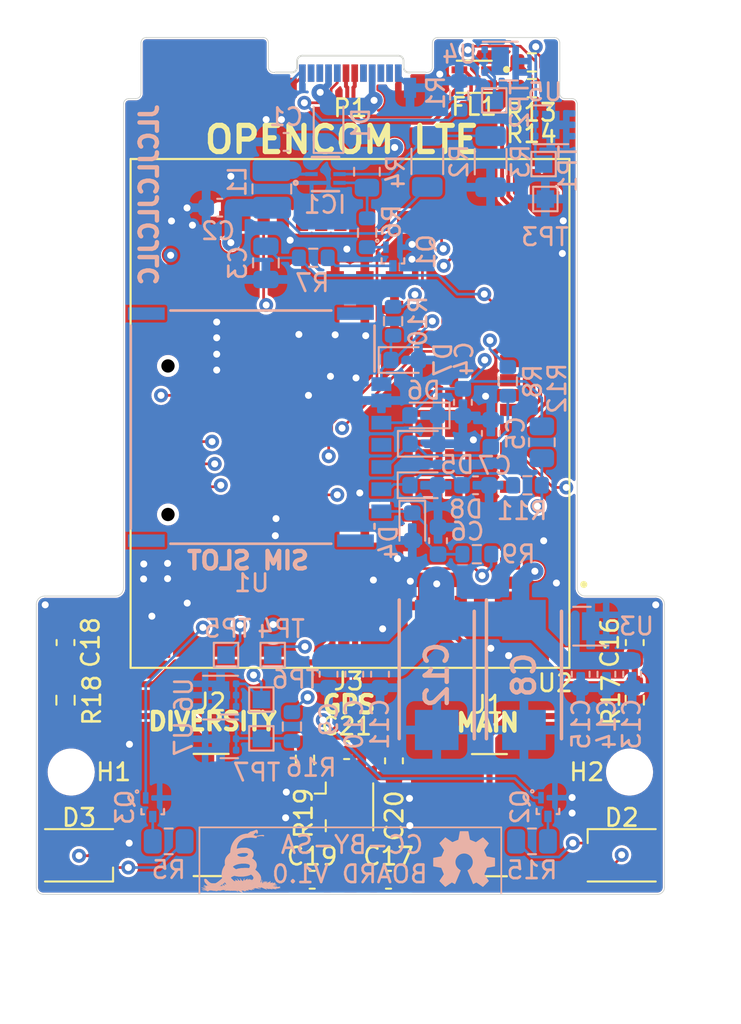
<source format=kicad_pcb>
(kicad_pcb (version 20221018) (generator pcbnew)

  (general
    (thickness 1.6)
  )

  (paper "A4")
  (layers
    (0 "F.Cu" signal)
    (1 "In1.Cu" signal)
    (2 "In2.Cu" signal)
    (31 "B.Cu" signal)
    (32 "B.Adhes" user "B.Adhesive")
    (33 "F.Adhes" user "F.Adhesive")
    (34 "B.Paste" user)
    (35 "F.Paste" user)
    (36 "B.SilkS" user "B.Silkscreen")
    (37 "F.SilkS" user "F.Silkscreen")
    (38 "B.Mask" user)
    (39 "F.Mask" user)
    (40 "Dwgs.User" user "User.Drawings")
    (41 "Cmts.User" user "User.Comments")
    (42 "Eco1.User" user "User.Eco1")
    (43 "Eco2.User" user "User.Eco2")
    (44 "Edge.Cuts" user)
    (45 "Margin" user)
    (46 "B.CrtYd" user "B.Courtyard")
    (47 "F.CrtYd" user "F.Courtyard")
    (48 "B.Fab" user)
    (49 "F.Fab" user)
    (50 "User.1" user)
    (51 "User.2" user)
    (52 "User.3" user)
    (53 "User.4" user)
    (54 "User.5" user)
    (55 "User.6" user)
    (56 "User.7" user)
    (57 "User.8" user)
    (58 "User.9" user)
  )

  (setup
    (stackup
      (layer "F.SilkS" (type "Top Silk Screen"))
      (layer "F.Paste" (type "Top Solder Paste"))
      (layer "F.Mask" (type "Top Solder Mask") (thickness 0.01))
      (layer "F.Cu" (type "copper") (thickness 0.035))
      (layer "dielectric 1" (type "prepreg") (thickness 0.1) (material "FR4") (epsilon_r 4.5) (loss_tangent 0.02))
      (layer "In1.Cu" (type "copper") (thickness 0.035))
      (layer "dielectric 2" (type "core") (thickness 1.24) (material "FR4") (epsilon_r 4.5) (loss_tangent 0.02))
      (layer "In2.Cu" (type "copper") (thickness 0.035))
      (layer "dielectric 3" (type "prepreg") (thickness 0.1) (material "FR4") (epsilon_r 4.5) (loss_tangent 0.02))
      (layer "B.Cu" (type "copper") (thickness 0.035))
      (layer "B.Mask" (type "Bottom Solder Mask") (thickness 0.01))
      (layer "B.Paste" (type "Bottom Solder Paste"))
      (layer "B.SilkS" (type "Bottom Silk Screen"))
      (copper_finish "None")
      (dielectric_constraints no)
    )
    (pad_to_mask_clearance 0)
    (pcbplotparams
      (layerselection 0x00010fc_ffffffff)
      (plot_on_all_layers_selection 0x0000000_00000000)
      (disableapertmacros false)
      (usegerberextensions false)
      (usegerberattributes true)
      (usegerberadvancedattributes true)
      (creategerberjobfile true)
      (dashed_line_dash_ratio 12.000000)
      (dashed_line_gap_ratio 3.000000)
      (svgprecision 4)
      (plotframeref false)
      (viasonmask false)
      (mode 1)
      (useauxorigin false)
      (hpglpennumber 1)
      (hpglpenspeed 20)
      (hpglpendiameter 15.000000)
      (dxfpolygonmode true)
      (dxfimperialunits true)
      (dxfusepcbnewfont true)
      (psnegative false)
      (psa4output false)
      (plotreference true)
      (plotvalue true)
      (plotinvisibletext false)
      (sketchpadsonfab false)
      (subtractmaskfromsilk false)
      (outputformat 1)
      (mirror false)
      (drillshape 1)
      (scaleselection 1)
      (outputdirectory "")
    )
  )

  (net 0 "")
  (net 1 "VBUS")
  (net 2 "GND")
  (net 3 "+3V8")
  (net 4 "/POWER_GOOD")
  (net 5 "/USIM_PRESENCE")
  (net 6 "/ANT_MAIN")
  (net 7 "/ANT_DIV")
  (net 8 "/ANT_GNSS")
  (net 9 "Net-(J3-In)")
  (net 10 "Net-(D1-A)")
  (net 11 "Net-(D2-K)")
  (net 12 "Net-(D3-K)")
  (net 13 "/USB_D+")
  (net 14 "/USB_D-")
  (net 15 "Net-(IC1-SW)")
  (net 16 "Net-(IC1-FB)")
  (net 17 "Net-(IC1-PG)")
  (net 18 "Net-(P1-CC)")
  (net 19 "unconnected-(P1-VCONN-PadB5)")
  (net 20 "Net-(Q1-B)")
  (net 21 "Net-(Q1-C)")
  (net 22 "/NETLIGHT")
  (net 23 "Net-(Q2-C)")
  (net 24 "/STATUS")
  (net 25 "Net-(Q3-C)")
  (net 26 "/USIM_RST")
  (net 27 "/USIM_CLK")
  (net 28 "/VDD_EXT")
  (net 29 "/USIM_DATA")
  (net 30 "Net-(R13-Pad1)")
  (net 31 "Net-(R14-Pad1)")
  (net 32 "Net-(R16-Pad2)")
  (net 33 "Net-(U2-DBG_TXD)")
  (net 34 "Net-(U2-DBG_RXD)")
  (net 35 "Net-(U2-USB_BOOT)")
  (net 36 "unconnected-(U1-VPP-PadC6)")
  (net 37 "unconnected-(U2-RESET_N-Pad17)")
  (net 38 "unconnected-(U2-PCM_DOUT-Pad7)")
  (net 39 "unconnected-(U2-PCM_DIN-Pad6)")
  (net 40 "unconnected-(U2-PCM_SYNC-Pad5)")
  (net 41 "unconnected-(U2-PCM_CLK-Pad4)")
  (net 42 "unconnected-(U2-RI-Pad39)")
  (net 43 "unconnected-(U2-DCD-Pad38)")
  (net 44 "unconnected-(U2-RTS-Pad37)")
  (net 45 "unconnected-(U2-CTS-Pad36)")
  (net 46 "unconnected-(U2-TXD-Pad35)")
  (net 47 "unconnected-(U2-RXD-Pad34)")
  (net 48 "unconnected-(U2-I2C_SCL-Pad40)")
  (net 49 "unconnected-(U2-I2C_SDA-Pad41)")
  (net 50 "unconnected-(U2-ADC0-Pad24)")
  (net 51 "unconnected-(U2-AP_READY-Pad19)")
  (net 52 "unconnected-(U2-DTR-Pad30)")
  (net 53 "unconnected-(U2-SPI_MISO-Pad28)")
  (net 54 "unconnected-(U2-SPI_MOSI-Pad27)")
  (net 55 "unconnected-(U2-SPI_CLK-Pad26)")
  (net 56 "unconnected-(U2-USIM2_RST-Pad85)")
  (net 57 "unconnected-(U2-USIM2_CLK-Pad84)")
  (net 58 "unconnected-(U2-USIM2_PRESENCE-Pad83)")
  (net 59 "unconnected-(U2-USIM2_DATA-Pad86)")
  (net 60 "unconnected-(U2-USIM2_VDD-Pad87)")
  (net 61 "/USIM_VDD")
  (net 62 "Net-(U1-RST)")
  (net 63 "Net-(U1-CLK)")
  (net 64 "Net-(U1-I{slash}O)")
  (net 65 "Net-(C17-Pad1)")
  (net 66 "Net-(C19-Pad1)")
  (net 67 "/USBC_D+")
  (net 68 "/USBC_D-")
  (net 69 "unconnected-(U2-RESERVED-Pad18)")

  (footprint "CONSMA002-SMD:LINX_CONSMA002-SMD" (layer "F.Cu") (at 151.72 141.7))

  (footprint "Resistor_SMD:R_0603_1608Metric" (layer "F.Cu") (at 154.15 98.575 180))

  (footprint "Resistor_SMD:R_0603_1608Metric_Pad0.98x0.95mm_HandSolder" (layer "F.Cu") (at 160.05 135.1125 -90))

  (footprint "LED_SMD:LED_Cree-PLCC4_3.2x2.8mm_CCW" (layer "F.Cu") (at 128.2 144 180))

  (footprint "Capacitor_SMD:C_0603_1608Metric_Pad1.08x0.95mm_HandSolder" (layer "F.Cu") (at 146.25 138.5875 -90))

  (footprint "Resistor_SMD:R_0603_1608Metric_Pad0.98x0.95mm_HandSolder" (layer "F.Cu") (at 141.15 138.5375 -90))

  (footprint "Connector_USB:USB_C_Plug_Molex_105444" (layer "F.Cu") (at 143.75 99.15))

  (footprint "MountingHole:MountingHole_2.2mm_M2" (layer "F.Cu") (at 159.75 139.23))

  (footprint "LED_SMD:LED_Cree-PLCC4_3.2x2.8mm_CCW" (layer "F.Cu") (at 159.3 144))

  (footprint "CONSMA002-SMD:LINX_CONSMA002-SMD" (layer "F.Cu") (at 135.77 141.69))

  (footprint "Capacitor_SMD:C_0603_1608Metric_Pad1.08x0.95mm_HandSolder" (layer "F.Cu") (at 160.05 131.8125 90))

  (footprint "Capacitor_SMD:C_0603_1608Metric_Pad1.08x0.95mm_HandSolder" (layer "F.Cu") (at 141.5625 145.4))

  (footprint "Capacitor_SMD:C_0603_1608Metric_Pad1.08x0.95mm_HandSolder" (layer "F.Cu") (at 127.425 131.8125 90))

  (footprint "Capacitor_SMD:C_0603_1608Metric_Pad1.08x0.95mm_HandSolder" (layer "F.Cu") (at 145.9375 145.4 180))

  (footprint "Capacitor_SMD:C_0603_1608Metric_Pad1.08x0.95mm_HandSolder" (layer "F.Cu") (at 143.5375 137.975))

  (footprint "Resistor_SMD:R_0603_1608Metric_Pad0.98x0.95mm_HandSolder" (layer "F.Cu") (at 127.425 135.1125 -90))

  (footprint "MountingHole:MountingHole_2.2mm_M2" (layer "F.Cu") (at 127.75 139.23))

  (footprint "Resistor_SMD:R_0603_1608Metric" (layer "F.Cu") (at 154.15 100.05 180))

  (footprint "DLW21SN900SQ2L:FIL_DLW21SN900SQ2L" (layer "F.Cu") (at 150.85 99.4 180))

  (footprint "EG95:XCVR_EG95" (layer "F.Cu")
    (tstamp f851ed5b-4e23-405b-b1aa-e8d65dde7576)
    (at 143.73 118.685 180)
    (property "MANUFACTURER" "Quectel")
    (property "MAXIMUM_PACKAGE_HEIGHT" "2.5mm")
    (property "PARTREV" "1.5")
    (property "STANDARD" "Manufacturer Recommendations")
    (property "Sheetfile" "Roamer.kicad_sch")
    (property "Sheetname" "")
    (path "/e6a6b14f-fc94-4e9b-b34c-71e0e50cdc39")
    (attr smd)
    (fp_text reference "U2" (at -11.76 -15.445) (layer "F.SilkS")
        (effects (font (size 1 1) (thickness 0.153)))
      (tstamp 1d464947-5842-4187-a9bd-c30a4e55b624)
    )
    (fp_text value "EG95" (at -12.635 15.715) (layer "F.Fab")
        (effects (font (size 1 1) (thickness 0.15)))
      (tstamp 7b80973e-b338-4301-a0a8-35a68cefc798)
    )
    (fp_circle (center -5.95 -4.25) (end -5.478 -4.25)
      (stroke (width 0) (type solid)) (fill solid) (layer "F.Paste") (tstamp 67d3b74d-81a9-43e5-82a0-a58ecb94a205))
    (fp_circle (center -5.95 -2.55) (end -5.478 -2.55)
      (stroke (width 0) (type solid)) (fill solid) (layer "F.Paste") (tstamp 12d7749c-79c9-41a7-b0f5-19f3bfe17632))
    (fp_circle (center -5.95 -0.85) (end -5.478 -0.85)
      (stroke (width 0) (type solid)) (fill solid) (layer "F.Paste") (tstamp 4e384b70-bee1-4f3c-923a-35ca47ab2658))
    (fp_circle (center -5.95 0.85) (end -5.478 0.85)
      (stroke (width 0) (type solid)) (fill solid) (layer "F.Paste") (tstamp 6d05fc8f-1146-4558-87f4-124d02db3765))
    (fp_circle (center -5.95 2.55) (end -5.478 2.55)
      (stroke (width 0) (type solid)) (fill solid) (layer "F.Paste") (tstamp 357ed333-a131-4460-9f03-f99d16791163))
    (fp_circle (center -5.95 4.25) (end -5.478 4.25)
      (stroke (width 0) (type solid)) (fill solid) (layer "F.Paste") (tstamp 63f94867-3c9e-4667-930a-fee0f1e2ebe2))
    (fp_circle (center -4.25 -4.25) (end -3.778 -4.25)
      (stroke (width 0) (type solid)) (fill solid) (layer "F.Paste") (tstamp 13cc66c6-7510-4e83-a694-d08949b734e5))
    (fp_circle (center -4.25 -2.55) (end -3.778 -2.55)
      (stroke (width 0) (type solid)) (fill solid) (layer "F.Paste") (tstamp 8c7a9cf3-ddbd-4b7c-bebc-49031a5e6d73))
    (fp_circle (center -4.25 -0.85) (end -3.778 -0.85)
      (stroke (width 0) (type solid)) (fill solid) (layer "F.Paste") (tstamp 3d9d3b4e-af9b-4dbc-9336-c29b3746faba))
    (fp_circle (center -4.25 0.85) (end -3.778 0.85)
      (stroke (width 0) (type solid)) (fill solid) (layer "F.Paste") (tstamp 690ddcd6-4d8e-42c0-ad75-ff9db3797b01))
    (fp_circle (center -4.25 2.55) (end -3.778 2.55)
      (stroke (width 0) (type solid)) (fill solid) (layer "F.Paste") (tstamp 75b36f97-51b2-4f40-b557-750c42c33062))
    (fp_circle (center -4.25 4.25) (end -3.778 4.25)
      (stroke (width 0) (type solid)) (fill solid) (layer "F.Paste") (tstamp 4e758d36-1513-487c-9267-fc087fa18d60))
    (fp_circle (center -2.55 -7.65) (end -2.078 -7.65)
      (stroke (width 0) (type solid)) (fill solid) (layer "F.Paste") (tstamp 3633692c-49f1-42ca-94b0-b891b5a33b8a))
    (fp_circle (center -2.55 -5.95) (end -2.078 -5.95)
      (stroke (width 0) (type solid)) (fill solid) (layer "F.Paste") (tstamp daf7962a-2a44-472f-b9c9-8c84ea1849f8))
    (fp_circle (center -2.55 5.95) (end -2.078 5.95)
      (stroke (width 0) (type solid)) (fill solid) (layer "F.Paste") (tstamp 32fabbac-dc5d-4778-92ac-b5c62bce09fe))
    (fp_circle (center -2.55 7.65) (end -2.078 7.65)
      (stroke (width 0) (type solid)) (fill solid) (layer "F.Paste") (tstamp b9df1aa6-a689-4293-8753-7c59f8230178))
    (fp_circle (center -0.85 -7.65) (end -0.378 -7.65)
      (stroke (width 0) (type solid)) (fill solid) (layer "F.Paste") (tstamp 4d0be172-5136-470d-b73a-7a8cb51ed73c))
    (fp_circle (center -0.85 -5.95) (end -0.378 -5.95)
      (stroke (width 0) (type solid)) (fill solid) (layer "F.Paste") (tstamp e9ad7bc7-db7f-41e8-8090-37c9b439c87a))
    (fp_circle (center -0.85 5.95) (end -0.378 5.95)
      (stroke (width 0) (type solid)) (fill solid) (layer "F.Paste") (tstamp 4a30cd4e-e496-41e4-82a6-3686d3ecb188))
    (fp_circle (center -0.85 7.65) (end -0.378 7.65)
      (stroke (width 0) (type solid)) (fill solid) (layer "F.Paste") (tstamp 55b8e7ce-c026-444a-87d3-c25fb53b51c9))
    (fp_circle (center 0.85 -7.65) (end 1.322 -7.65)
      (stroke (width 0) (type solid)) (fill solid) (layer "F.Paste") (tstamp 32b20396-c9b0-4873-b9ba-fa2c66fc98d1))
    (fp_circle (center 0.85 -5.95) (end 1.322 -5.95)
      (stroke (width 0) (type solid)) (fill solid) (layer "F.Paste") (tstamp e03b0b90-06f2-4e0d-a234-628bf843efeb))
    (fp_circle (center 0.85 5.95) (end 1.322 5.95)
      (stroke (width 0) (type solid)) (fill solid) (layer "F.Paste") (tstamp 117ba3fd-2c95-455c-a1fb-79870f2b7c3e))
    (fp_circle (center 0.85 7.65) (end 1.322 7.65)
      (stroke (width 0) (type solid)) (fill solid) (layer "F.Paste") (tstamp 9cebe8bb-5944-4532-84f3-4db69cb5a267))
    (fp_circle (center 2.55 -7.65) (end 3.022 -7.65)
      (stroke (width 0) (type solid)) (fill solid) (layer "F.Paste") (tstamp 4591d32e-0bfd-40f2-a436-d8c4a8df7b9c))
    (fp_circle (center 2.55 -5.95) (end 3.022 -5.95)
      (stroke (width 0) (type solid)) (fill solid) (layer "F.Paste") (tstamp 27feb6eb-48a0-44e1-945e-be4be8aa40cb))
    (fp_circle (center 2.55 5.95) (end 3.022 5.95)
      (stroke (width 0) (type solid)) (fill solid) (layer "F.Paste") (tstamp d0d20436-b778-4fa3-9675-56b791c3d56f))
    (fp_circle (center 2.55 7.65) (end 3.022 7.65)
      (stroke (width 0) (type solid)) (fill solid) (layer "F.Paste") (tstamp defa867d-6b76-49c8-bb58-cf6b459a29a2))
    (fp_circle (center 4.25 -4.25) (end 4.722 -4.25)
      (stroke (width 0) (type solid)) (fill solid) (layer "F.Paste") (tstamp 025de2ef-81a6-402c-bdfe-0f3340f36076))
    (fp_circle (center 4.25 -2.55) (end 4.722 -2.55)
      (stroke (width 0) (type solid)) (fill solid) (layer "F.Paste") (tstamp 920f3030-f3a9-49d9-98b1-ba1e7a6cde5b))
    (fp_circle (center 4.25 -0.85) (end 4.722 -0.85)
      (stroke (width 0) (type solid)) (fill solid) (layer "F.Paste") (tstamp cf2d715c-b57e-4e29-b1b7-62efa84a9561))
    (fp_circle (center 4.25 0.85) (end 4.722 0.85)
      (stroke (width 0) (type solid)) (fill solid) (layer "F.Paste") (tstamp ca71414b-1dcf-458c-9ec7-99f7644ea8d3))
    (fp_circle (center 4.25 2.55) (end 4.722 2.55)
      (stroke (width 0) (type solid)) (fill solid) (layer "F.Paste") (tstamp c74df507-238b-4f61-b908-673a0ad914c0))
    (fp_circle (center 4.25 4.25) (end 4.722 4.25)
      (stroke (width 0) (type solid)) (fill solid) (layer "F.Paste") (tstamp 89941a95-52f2-4f01-b5ae-ea2ee97dc086))
    (fp_circle (center 5.95 -4.25) (end 6.422 -4.25)
      (stroke (width 0) (type solid)) (fill solid) (layer "F.Paste") (tstamp 464d7fed-1c31-488c-ad54-5f06dec5a552))
    (fp_circle (center 5.95 -2.55) (end 6.422 -2.55)
      (stroke (width 0) (type solid)) (fill solid) (layer "F.Paste") (tstamp 7989918b-1f57-4399-89ef-f58e0c36eb2c))
    (fp_circle (center 5.95 -0.85) (end 6.422 -0.85)
      (stroke (width 0) (type solid)) (fill solid) (layer "F.Paste") (tstamp 338601a2-47bf-49f9-ba85-32e5a710140d))
    (fp_circle (center 5.95 0.85) (end 6.422 0.85)
      (stroke (width 0) (type solid)) (fill solid) (layer "F.Paste") (tstamp 12da4203-b063-4a2b-968e-3657dc112560))
    (fp_circle (center 5.95 2.55) (end 6.422 2.55)
      (stroke (width 0) (type solid)) (fill solid) (layer "F.Paste") (tstamp 7f6528a6-3a92-4aca-ba64-fc076fca4400))
    (fp_circle (center 5.95 4.25) (end 6.422 4.25)
      (stroke (width 0) (type solid)) (fill solid) (layer "F.Paste") (tstamp faf3a879-e27f-4ff1-b81f-1530938d56fc))
    (fp_poly
      (pts
        (xy -11.66 -13.66)
        (xy -10.64 -13.66)
        (xy -10.64 -12.64)
        (xy -11.66 -12.64)
      )

      (stroke (width 0.01) (type solid)) (fill solid) (layer "F.Paste") (tstamp a4cf9f7c-fc80-4a6e-8aed-8618a06b9c70))
    (fp_poly
      (pts
        (xy -10.54 13.56)
        (xy -10.78 13.56)
        (xy -11.56 12.78)
        (xy -11.56 12.54)
        (xy -10.54 12.54)
      )

      (stroke (width 0.0001) (type solid)) (fill solid) (layer "F.Paste") (tstamp 36e8bdf4-fab0-480a-ae07-fd85752c3d27))
    (fp_poly
      (pts
        (xy -10.54 13.56)
        (xy -10.78 13.56)
        (xy -11.56 12.78)
        (xy -11.56 12.54)
        (xy -10.54 12.54)
      )

      (stroke (width 0.0001) (type solid)) (fill solid) (layer "F.Paste") (tstamp fb33d6b7-c026-42c4-b8ab-e0e13b2d656e))
    (fp_poly
      (pts
        (xy 10.54 -13.56)
        (xy 10.78 -13.56)
        (xy 11.56 -12.78)
        (xy 11.56 -12.54)
        (xy 10.54 -12.54)
      )

      (stroke (width 0.0001) (type solid)) (fill solid) (layer "F.Paste") (tstamp 74c62a22-a856-4ac7-bb7a-1febdc12e728))
    (fp_poly
      (pts
        (xy 10.54 13.56)
        (xy 10.78 13.56)
        (xy 11.56 12.78)
        (xy 11.56 12.54)
        (xy 10.54 12.54)
      )

      (stroke (width 0.0001) (type solid)) (fill solid) (layer "F.Paste") (tstamp c4360858-c8a5-42dc-836e-f31e91c33908))
    (fp_poly
      (pts
        (xy -9.525 -9.98)
        (xy -8.825 -9.98)
        (xy -8.819 -9.98)
        (xy -8.814 -9.979)
        (xy -8.808 -9.979)
        (xy -8.802 -9.978)
        (xy -8.797 -9.976)
        (xy -8.791 -9.975)
        (xy -8.786 -9.973)
        (xy -8.78 -9.97)
        (xy -8.775 -9.968)
        (xy -8.77 -9.965)
        (xy -8.765 -9.962)
        (xy -8.76 -9.959)
        (xy -8.756 -9.955)
        (xy -8.751 -9.952)
        (xy -8.747 -9.948)
        (xy -8.743 -9.944)
        (xy -8.74 -9.939)
        (xy -8.736 -9.935)
        (xy -8.733 -9.93)
        (xy -8.73 -9.925)
        (xy -8.727 -9.92)
        (xy -8.725 -9.915)
        (xy -8.722 -9.909)
        (xy -8.72 -9.904)
        (xy -8.719 -9.898)
        (xy -8.717 -9.893)
        (xy -8.716 -9.887)
        (xy -8.716 -9.881)
        (xy -8.715 -9.876)
        (xy -8.715 -9.87)
        (xy -8.715 -9.53)
        (xy -8.715 -9.524)
        (xy -8.716 -9.519)
        (xy -8.716 -9.513)
        (xy -8.717 -9.507)
        (xy -8.719 -9.502)
        (xy -8.72 -9.496)
        (xy -8.722 -9.491)
        (xy -8.725 -9.485)
        (xy -8.727 -9.48)
        (xy -8.73 -9.475)
        (xy -8.733 -9.47)
        (xy -8.736 -9.465)
        (xy -8.74 -9.461)
        (xy -8.743 -9.456)
        (xy -8.747 -9.452)
        (xy -8.751 -9.448)
        (xy -8.756 -9.445)
        (xy -8.76 -9.441)
        (xy -8.765 -9.438)
        (xy -8.77 -9.435)
        (xy -8.775 -9.432)
        (xy -8.78 -9.43)
        (xy -8.786 -9.427)
        (xy -8.791 -9.425)
        (xy -8.797 -9.424)
        (xy -8.802 -9.422)
        (xy -8.808 -9.421)
        (xy -8.814 -9.421)
        (xy -8.819 -9.42)
        (xy -8.825 -9.42)
        (xy -9.525 -9.42)
        (xy -9.531 -9.42)
        (xy -9.536 -9.421)
        (xy -9.542 -9.421)
        (xy -9.548 -9.422)
        (xy -9.553 -9.424)
        (xy -9.559 -9.425)
        (xy -9.564 -9.427)
        (xy -9.57 -9.43)
        (xy -9.575 -9.432)
        (xy -9.58 -9.435)
        (xy -9.585 -9.438)
        (xy -9.59 -9.441)
        (xy -9.594 -9.445)
        (xy -9.599 -9.448)
        (xy -9.603 -9.452)
        (xy -9.607 -9.456)
        (xy -9.61 -9.461)
        (xy -9.614 -9.465)
        (xy -9.617 -9.47)
        (xy -9.62 -9.475)
        (xy -9.623 -9.48)
        (xy -9.625 -9.485)
        (xy -9.628 -9.491)
        (xy -9.63 -9.496)
        (xy -9.631 -9.502)
        (xy -9.633 -9.507)
        (xy -9.634 -9.513)
        (xy -9.634 -9.519)
        (xy -9.635 -9.524)
        (xy -9.635 -9.53)
        (xy -9.635 -9.87)
        (xy -9.635 -9.876)
        (xy -9.634 -9.881)
        (xy -9.634 -9.887)
        (xy -9.633 -9.893)
        (xy -9.631 -9.898)
        (xy -9.63 -9.904)
        (xy -9.628 -9.909)
        (xy -9.625 -9.915)
        (xy -9.623 -9.92)
        (xy -9.62 -9.925)
        (xy -9.617 -9.93)
        (xy -9.614 -9.935)
        (xy -9.61 -9.939)
        (xy -9.607 -9.944)
        (xy -9.603 -9.948)
        (xy -9.599 -9.952)
        (xy -9.594 -9.955)
        (xy -9.59 -9.959)
        (xy -9.585 -9.962)
        (xy -9.58 -9.965)
        (xy -9.575 -9.968)
        (xy -9.57 -9.97)
        (xy -9.564 -9.973)
        (xy -9.559 -9.975)
        (xy -9.553 -9.976)
        (xy -9.548 -9.978)
        (xy -9.542 -9.979)
        (xy -9.536 -9.979)
        (xy -9.531 -9.98)
        (xy -9.525 -9.98)
      )

      (stroke (width 0.0001) (type solid)) (fill solid) (layer "F.Paste") (tstamp 381fb920-c57b-4d2c-bff1-181bec3e7f23))
    (fp_poly
      (pts
        (xy -9.525 -8.88)
        (xy -8.825 -8.88)
        (xy -8.819 -8.88)
        (xy -8.814 -8.879)
        (xy -8.808 -8.879)
        (xy -8.802 -8.878)
        (xy -8.797 -8.876)
        (xy -8.791 -8.875)
        (xy -8.786 -8.873)
        (xy -8.78 -8.87)
        (xy -8.775 -8.868)
        (xy -8.77 -8.865)
        (xy -8.765 -8.862)
        (xy -8.76 -8.859)
        (xy -8.756 -8.855)
        (xy -8.751 -8.852)
        (xy -8.747 -8.848)
        (xy -8.743 -8.844)
        (xy -8.74 -8.839)
        (xy -8.736 -8.835)
        (xy -8.733 -8.83)
        (xy -8.73 -8.825)
        (xy -8.727 -8.82)
        (xy -8.725 -8.815)
        (xy -8.722 -8.809)
        (xy -8.72 -8.804)
        (xy -8.719 -8.798)
        (xy -8.717 -8.793)
        (xy -8.716 -8.787)
        (xy -8.716 -8.781)
        (xy -8.715 -8.776)
        (xy -8.715 -8.77)
        (xy -8.715 -8.43)
        (xy -8.715 -8.424)
        (xy -8.716 -8.419)
        (xy -8.716 -8.413)
        (xy -8.717 -8.407)
        (xy -8.719 -8.402)
        (xy -8.72 -8.396)
        (xy -8.722 -8.391)
        (xy -8.725 -8.385)
        (xy -8.727 -8.38)
        (xy -8.73 -8.375)
        (xy -8.733 -8.37)
        (xy -8.736 -8.365)
        (xy -8.74 -8.361)
        (xy -8.743 -8.356)
        (xy -8.747 -8.352)
        (xy -8.751 -8.348)
        (xy -8.756 -8.345)
        (xy -8.76 -8.341)
        (xy -8.765 -8.338)
        (xy -8.77 -8.335)
        (xy -8.775 -8.332)
        (xy -8.78 -8.33)
        (xy -8.786 -8.327)
        (xy -8.791 -8.325)
        (xy -8.797 -8.324)
        (xy -8.802 -8.322)
        (xy -8.808 -8.321)
        (xy -8.814 -8.321)
        (xy -8.819 -8.32)
        (xy -8.825 -8.32)
        (xy -9.525 -8.32)
        (xy -9.531 -8.32)
        (xy -9.536 -8.321)
        (xy -9.542 -8.321)
        (xy -9.548 -8.322)
        (xy -9.553 -8.324)
        (xy -9.559 -8.325)
        (xy -9.564 -8.327)
        (xy -9.57 -8.33)
        (xy -9.575 -8.332)
        (xy -9.58 -8.335)
        (xy -9.585 -8.338)
        (xy -9.59 -8.341)
        (xy -9.594 -8.345)
        (xy -9.599 -8.348)
        (xy -9.603 -8.352)
        (xy -9.607 -8.356)
        (xy -9.61 -8.361)
        (xy -9.614 -8.365)
        (xy -9.617 -8.37)
        (xy -9.62 -8.375)
        (xy -9.623 -8.38)
        (xy -9.625 -8.385)
        (xy -9.628 -8.391)
        (xy -9.63 -8.396)
        (xy -9.631 -8.402)
        (xy -9.633 -8.407)
        (xy -9.634 -8.413)
        (xy -9.634 -8.419)
        (xy -9.635 -8.424)
        (xy -9.635 -8.43)
        (xy -9.635 -8.77)
        (xy -9.635 -8.776)
        (xy -9.634 -8.781)
        (xy -9.634 -8.787)
        (xy -9.633 -8.793)
        (xy -9.631 -8.798)
        (xy -9.63 -8.804)
        (xy -9.628 -8.809)
        (xy -9.625 -8.815)
        (xy -9.623 -8.82)
        (xy -9.62 -8.825)
        (xy -9.617 -8.83)
        (xy -9.614 -8.835)
        (xy -9.61 -8.839)
        (xy -9.607 -8.844)
        (xy -9.603 -8.848)
        (xy -9.599 -8.852)
        (xy -9.594 -8.855)
        (xy -9.59 -8.859)
        (xy -9.585 -8.862)
        (xy -9.58 -8.865)
        (xy -9.575 -8.868)
        (xy -9.57 -8.87)
        (xy -9.564 -8.873)
        (xy -9.559 -8.875)
        (xy -9.553 -8.876)
        (xy -9.548 -8.878)
        (xy -9.542 -8.879)
        (xy -9.536 -8.879)
        (xy -9.531 -8.88)
        (xy -9.525 -8.88)
      )

      (stroke (width 0.0001) (type solid)) (fill solid) (layer "F.Paste") (tstamp 15a79106-df97-4493-8a49-601ca5566463))
    (fp_poly
      (pts
        (xy -9.525 -7.78)
        (xy -8.825 -7.78)
        (xy -8.819 -7.78)
        (xy -8.814 -7.779)
        (xy -8.808 -7.779)
        (xy -8.802 -7.778)
        (xy -8.797 -7.776)
        (xy -8.791 -7.775)
        (xy -8.786 -7.773)
        (xy -8.78 -7.77)
        (xy -8.775 -7.768)
        (xy -8.77 -7.765)
        (xy -8.765 -7.762)
        (xy -8.76 -7.759)
        (xy -8.756 -7.755)
        (xy -8.751 -7.752)
        (xy -8.747 -7.748)
        (xy -8.743 -7.744)
        (xy -8.74 -7.739)
        (xy -8.736 -7.735)
        (xy -8.733 -7.73)
        (xy -8.73 -7.725)
        (xy -8.727 -7.72)
        (xy -8.725 -7.715)
        (xy -8.722 -7.709)
        (xy -8.72 -7.704)
        (xy -8.719 -7.698)
        (xy -8.717 -7.693)
        (xy -8.716 -7.687)
        (xy -8.716 -7.681)
        (xy -8.715 -7.676)
        (xy -8.715 -7.67)
        (xy -8.715 -7.33)
        (xy -8.715 -7.324)
        (xy -8.716 -7.319)
        (xy -8.716 -7.313)
        (xy -8.717 -7.307)
        (xy -8.719 -7.302)
        (xy -8.72 -7.296)
        (xy -8.722 -7.291)
        (xy -8.725 -7.285)
        (xy -8.727 -7.28)
        (xy -8.73 -7.275)
        (xy -8.733 -7.27)
        (xy -8.736 -7.265)
        (xy -8.74 -7.261)
        (xy -8.743 -7.256)
        (xy -8.747 -7.252)
        (xy -8.751 -7.248)
        (xy -8.756 -7.245)
        (xy -8.76 -7.241)
        (xy -8.765 -7.238)
        (xy -8.77 -7.235)
        (xy -8.775 -7.232)
        (xy -8.78 -7.23)
        (xy -8.786 -7.227)
        (xy -8.791 -7.225)
        (xy -8.797 -7.224)
        (xy -8.802 -7.222)
        (xy -8.808 -7.221)
        (xy -8.814 -7.221)
        (xy -8.819 -7.22)
        (xy -8.825 -7.22)
        (xy -9.525 -7.22)
        (xy -9.531 -7.22)
        (xy -9.536 -7.221)
        (xy -9.542 -7.221)
        (xy -9.548 -7.222)
        (xy -9.553 -7.224)
        (xy -9.559 -7.225)
        (xy -9.564 -7.227)
        (xy -9.57 -7.23)
        (xy -9.575 -7.232)
        (xy -9.58 -7.235)
        (xy -9.585 -7.238)
        (xy -9.59 -7.241)
        (xy -9.594 -7.245)
        (xy -9.599 -7.248)
        (xy -9.603 -7.252)
        (xy -9.607 -7.256)
        (xy -9.61 -7.261)
        (xy -9.614 -7.265)
        (xy -9.617 -7.27)
        (xy -9.62 -7.275)
        (xy -9.623 -7.28)
        (xy -9.625 -7.285)
        (xy -9.628 -7.291)
        (xy -9.63 -7.296)
        (xy -9.631 -7.302)
        (xy -9.633 -7.307)
        (xy -9.634 -7.313)
        (xy -9.634 -7.319)
        (xy -9.635 -7.324)
        (xy -9.635 -7.33)
        (xy -9.635 -7.67)
        (xy -9.635 -7.676)
        (xy -9.634 -7.681)
        (xy -9.634 -7.687)
        (xy -9.633 -7.693)
        (xy -9.631 -7.698)
        (xy -9.63 -7.704)
        (xy -9.628 -7.709)
        (xy -9.625 -7.715)
        (xy -9.623 -7.72)
        (xy -9.62 -7.725)
        (xy -9.617 -7.73)
        (xy -9.614 -7.735)
        (xy -9.61 -7.739)
        (xy -9.607 -7.744)
        (xy -9.603 -7.748)
        (xy -9.599 -7.752)
        (xy -9.594 -7.755)
        (xy -9.59 -7.759)
        (xy -9.585 -7.762)
        (xy -9.58 -7.765)
        (xy -9.575 -7.768)
        (xy -9.57 -7.77)
        (xy -9.564 -7.773)
        (xy -9.559 -7.775)
        (xy -9.553 -7.776)
        (xy -9.548 -7.778)
        (xy -9.542 -7.779)
        (xy -9.536 -7.779)
        (xy -9.531 -7.78)
        (xy -9.525 -7.78)
      )

      (stroke (width 0.0001) (type solid)) (fill solid) (layer "F.Paste") (tstamp 0c575af3-6ed1-46a3-bfde-38643bb7e524))
    (fp_poly
      (pts
        (xy -9.525 -6.68)
        (xy -8.825 -6.68)
        (xy -8.819 -6.68)
        (xy -8.814 -6.679)
        (xy -8.808 -6.679)
        (xy -8.802 -6.678)
        (xy -8.797 -6.676)
        (xy -8.791 -6.675)
        (xy -8.786 -6.673)
        (xy -8.78 -6.67)
        (xy -8.775 -6.668)
        (xy -8.77 -6.665)
        (xy -8.765 -6.662)
        (xy -8.76 -6.659)
        (xy -8.756 -6.655)
        (xy -8.751 -6.652)
        (xy -8.747 -6.648)
        (xy -8.743 -6.644)
        (xy -8.74 -6.639)
        (xy -8.736 -6.635)
        (xy -8.733 -6.63)
        (xy -8.73 -6.625)
        (xy -8.727 -6.62)
        (xy -8.725 -6.615)
        (xy -8.722 -6.609)
        (xy -8.72 -6.604)
        (xy -8.719 -6.598)
        (xy -8.717 -6.593)
        (xy -8.716 -6.587)
        (xy -8.716 -6.581)
        (xy -8.715 -6.576)
        (xy -8.715 -6.57)
        (xy -8.715 -6.23)
        (xy -8.715 -6.224)
        (xy -8.716 -6.219)
        (xy -8.716 -6.213)
        (xy -8.717 -6.207)
        (xy -8.719 -6.202)
        (xy -8.72 -6.196)
        (xy -8.722 -6.191)
        (xy -8.725 -6.185)
        (xy -8.727 -6.18)
        (xy -8.73 -6.175)
        (xy -8.733 -6.17)
        (xy -8.736 -6.165)
        (xy -8.74 -6.161)
        (xy -8.743 -6.156)
        (xy -8.747 -6.152)
        (xy -8.751 -6.148)
        (xy -8.756 -6.145)
        (xy -8.76 -6.141)
        (xy -8.765 -6.138)
        (xy -8.77 -6.135)
        (xy -8.775 -6.132)
        (xy -8.78 -6.13)
        (xy -8.786 -6.127)
        (xy -8.791 -6.125)
        (xy -8.797 -6.124)
        (xy -8.802 -6.122)
        (xy -8.808 -6.121)
        (xy -8.814 -6.121)
        (xy -8.819 -6.12)
        (xy -8.825 -6.12)
        (xy -9.525 -6.12)
        (xy -9.531 -6.12)
        (xy -9.536 -6.121)
        (xy -9.542 -6.121)
        (xy -9.548 -6.122)
        (xy -9.553 -6.124)
        (xy -9.559 -6.125)
        (xy -9.564 -6.127)
        (xy -9.57 -6.13)
        (xy -9.575 -6.132)
        (xy -9.58 -6.135)
        (xy -9.585 -6.138)
        (xy -9.59 -6.141)
        (xy -9.594 -6.145)
        (xy -9.599 -6.148)
        (xy -9.603 -6.152)
        (xy -9.607 -6.156)
        (xy -9.61 -6.161)
        (xy -9.614 -6.165)
        (xy -9.617 -6.17)
        (xy -9.62 -6.175)
        (xy -9.623 -6.18)
        (xy -9.625 -6.185)
        (xy -9.628 -6.191)
        (xy -9.63 -6.196)
        (xy -9.631 -6.202)
        (xy -9.633 -6.207)
        (xy -9.634 -6.213)
        (xy -9.634 -6.219)
        (xy -9.635 -6.224)
        (xy -9.635 -6.23)
        (xy -9.635 -6.57)
        (xy -9.635 -6.576)
        (xy -9.634 -6.581)
        (xy -9.634 -6.587)
        (xy -9.633 -6.593)
        (xy -9.631 -6.598)
        (xy -9.63 -6.604)
        (xy -9.628 -6.609)
        (xy -9.625 -6.615)
        (xy -9.623 -6.62)
        (xy -9.62 -6.625)
        (xy -9.617 -6.63)
        (xy -9.614 -6.635)
        (xy -9.61 -6.639)
        (xy -9.607 -6.644)
        (xy -9.603 -6.648)
        (xy -9.599 -6.652)
        (xy -9.594 -6.655)
        (xy -9.59 -6.659)
        (xy -9.585 -6.662)
        (xy -9.58 -6.665)
        (xy -9.575 -6.668)
        (xy -9.57 -6.67)
        (xy -9.564 -6.673)
        (xy -9.559 -6.675)
        (xy -9.553 -6.676)
        (xy -9.548 -6.678)
        (xy -9.542 -6.679)
        (xy -9.536 -6.679)
        (xy -9.531 -6.68)
        (xy -9.525 -6.68)
      )

      (stroke (width 0.0001) (type solid)) (fill solid) (layer "F.Paste") (tstamp 4a9d6eca-1bec-49f3-8d4a-6444aca6165c))
    (fp_poly
      (pts
        (xy -9.525 -5.58)
        (xy -8.825 -5.58)
        (xy -8.819 -5.58)
        (xy -8.814 -5.579)
        (xy -8.808 -5.579)
        (xy -8.802 -5.578)
        (xy -8.797 -5.576)
        (xy -8.791 -5.575)
        (xy -8.786 -5.573)
        (xy -8.78 -5.57)
        (xy -8.775 -5.568)
        (xy -8.77 -5.565)
        (xy -8.765 -5.562)
        (xy -8.76 -5.559)
        (xy -8.756 -5.555)
        (xy -8.751 -5.552)
        (xy -8.747 -5.548)
        (xy -8.743 -5.544)
        (xy -8.74 -5.539)
        (xy -8.736 -5.535)
        (xy -8.733 -5.53)
        (xy -8.73 -5.525)
        (xy -8.727 -5.52)
        (xy -8.725 -5.515)
        (xy -8.722 -5.509)
        (xy -8.72 -5.504)
        (xy -8.719 -5.498)
        (xy -8.717 -5.493)
        (xy -8.716 -5.487)
        (xy -8.716 -5.481)
        (xy -8.715 -5.476)
        (xy -8.715 -5.47)
        (xy -8.715 -5.13)
        (xy -8.715 -5.124)
        (xy -8.716 -5.119)
        (xy -8.716 -5.113)
        (xy -8.717 -5.107)
        (xy -8.719 -5.102)
        (xy -8.72 -5.096)
        (xy -8.722 -5.091)
        (xy -8.725 -5.085)
        (xy -8.727 -5.08)
        (xy -8.73 -5.075)
        (xy -8.733 -5.07)
        (xy -8.736 -5.065)
        (xy -8.74 -5.061)
        (xy -8.743 -5.056)
        (xy -8.747 -5.052)
        (xy -8.751 -5.048)
        (xy -8.756 -5.045)
        (xy -8.76 -5.041)
        (xy -8.765 -5.038)
        (xy -8.77 -5.035)
        (xy -8.775 -5.032)
        (xy -8.78 -5.03)
        (xy -8.786 -5.027)
        (xy -8.791 -5.025)
        (xy -8.797 -5.024)
        (xy -8.802 -5.022)
        (xy -8.808 -5.021)
        (xy -8.814 -5.021)
        (xy -8.819 -5.02)
        (xy -8.825 -5.02)
        (xy -9.525 -5.02)
        (xy -9.531 -5.02)
        (xy -9.536 -5.021)
        (xy -9.542 -5.021)
        (xy -9.548 -5.022)
        (xy -9.553 -5.024)
        (xy -9.559 -5.025)
        (xy -9.564 -5.027)
        (xy -9.57 -5.03)
        (xy -9.575 -5.032)
        (xy -9.58 -5.035)
        (xy -9.585 -5.038)
        (xy -9.59 -5.041)
        (xy -9.594 -5.045)
        (xy -9.599 -5.048)
        (xy -9.603 -5.052)
        (xy -9.607 -5.056)
        (xy -9.61 -5.061)
        (xy -9.614 -5.065)
        (xy -9.617 -5.07)
        (xy -9.62 -5.075)
        (xy -9.623 -5.08)
        (xy -9.625 -5.085)
        (xy -9.628 -5.091)
        (xy -9.63 -5.096)
        (xy -9.631 -5.102)
        (xy -9.633 -5.107)
        (xy -9.634 -5.113)
        (xy -9.634 -5.119)
        (xy -9.635 -5.124)
        (xy -9.635 -5.13)
        (xy -9.635 -5.47)
        (xy -9.635 -5.476)
        (xy -9.634 -5.481)
        (xy -9.634 -5.487)
        (xy -9.633 -5.493)
        (xy -9.631 -5.498)
        (xy -9.63 -5.504)
        (xy -9.628 -5.509)
        (xy -9.625 -5.515)
        (xy -9.623 -5.52)
        (xy -9.62 -5.525)
        (xy -9.617 -5.53)
        (xy -9.614 -5.535)
        (xy -9.61 -5.539)
        (xy -9.607 -5.544)
        (xy -9.603 -5.548)
        (xy -9.599 -5.552)
        (xy -9.594 -5.555)
        (xy -9.59 -5.559)
        (xy -9.585 -5.562)
        (xy -9.58 -5.565)
        (xy -9.575 -5.568)
        (xy -9.57 -5.57)
        (xy -9.564 -5.573)
        (xy -9.559 -5.575)
        (xy -9.553 -5.576)
        (xy -9.548 -5.578)
        (xy -9.542 -5.579)
        (xy -9.536 -5.579)
        (xy -9.531 -5.58)
        (xy -9.525 -5.58)
      )

      (stroke (width 0.0001) (type solid)) (fill solid) (layer "F.Paste") (tstamp e40f3414-f91c-4fbd-a4de-8dc5493441cf))
    (fp_poly
      (pts
        (xy -9.525 -4.48)
        (xy -8.825 -4.48)
        (xy -8.819 -4.48)
        (xy -8.814 -4.479)
        (xy -8.808 -4.479)
        (xy -8.802 -4.478)
        (xy -8.797 -4.476)
        (xy -8.791 -4.475)
        (xy -8.786 -4.473)
        (xy -8.78 -4.47)
        (xy -8.775 -4.468)
        (xy -8.77 -4.465)
        (xy -8.765 -4.462)
        (xy -8.76 -4.459)
        (xy -8.756 -4.455)
        (xy -8.751 -4.452)
        (xy -8.747 -4.448)
        (xy -8.743 -4.444)
        (xy -8.74 -4.439)
        (xy -8.736 -4.435)
        (xy -8.733 -4.43)
        (xy -8.73 -4.425)
        (xy -8.727 -4.42)
        (xy -8.725 -4.415)
        (xy -8.722 -4.409)
        (xy -8.72 -4.404)
        (xy -8.719 -4.398)
        (xy -8.717 -4.393)
        (xy -8.716 -4.387)
        (xy -8.716 -4.381)
        (xy -8.715 -4.376)
        (xy -8.715 -4.37)
        (xy -8.715 -4.03)
        (xy -8.715 -4.024)
        (xy -8.716 -4.019)
        (xy -8.716 -4.013)
        (xy -8.717 -4.007)
        (xy -8.719 -4.002)
        (xy -8.72 -3.996)
        (xy -8.722 -3.991)
        (xy -8.725 -3.985)
        (xy -8.727 -3.98)
        (xy -8.73 -3.975)
        (xy -8.733 -3.97)
        (xy -8.736 -3.965)
        (xy -8.74 -3.961)
        (xy -8.743 -3.956)
        (xy -8.747 -3.952)
        (xy -8.751 -3.948)
        (xy -8.756 -3.945)
        (xy -8.76 -3.941)
        (xy -8.765 -3.938)
        (xy -8.77 -3.935)
        (xy -8.775 -3.932)
        (xy -8.78 -3.93)
        (xy -8.786 -3.927)
        (xy -8.791 -3.925)
        (xy -8.797 -3.924)
        (xy -8.802 -3.922)
        (xy -8.808 -3.921)
        (xy -8.814 -3.921)
        (xy -8.819 -3.92)
        (xy -8.825 -3.92)
        (xy -9.525 -3.92)
        (xy -9.531 -3.92)
        (xy -9.536 -3.921)
        (xy -9.542 -3.921)
        (xy -9.548 -3.922)
        (xy -9.553 -3.924)
        (xy -9.559 -3.925)
        (xy -9.564 -3.927)
        (xy -9.57 -3.93)
        (xy -9.575 -3.932)
        (xy -9.58 -3.935)
        (xy -9.585 -3.938)
        (xy -9.59 -3.941)
        (xy -9.594 -3.945)
        (xy -9.599 -3.948)
        (xy -9.603 -3.952)
        (xy -9.607 -3.956)
        (xy -9.61 -3.961)
        (xy -9.614 -3.965)
        (xy -9.617 -3.97)
        (xy -9.62 -3.975)
        (xy -9.623 -3.98)
        (xy -9.625 -3.985)
        (xy -9.628 -3.991)
        (xy -9.63 -3.996)
        (xy -9.631 -4.002)
        (xy -9.633 -4.007)
        (xy -9.634 -4.013)
        (xy -9.634 -4.019)
        (xy -9.635 -4.024)
        (xy -9.635 -4.03)
        (xy -9.635 -4.37)
        (xy -9.635 -4.376)
        (xy -9.634 -4.381)
        (xy -9.634 -4.387)
        (xy -9.633 -4.393)
        (xy -9.631 -4.398)
        (xy -9.63 -4.404)
        (xy -9.628 -4.409)
        (xy -9.625 -4.415)
        (xy -9.623 -4.42)
        (xy -9.62 -4.425)
        (xy -9.617 -4.43)
        (xy -9.614 -4.435)
        (xy -9.61 -4.439)
        (xy -9.607 -4.444)
        (xy -9.603 -4.448)
        (xy -9.599 -4.452)
        (xy -9.594 -4.455)
        (xy -9.59 -4.459)
        (xy -9.585 -4.462)
        (xy -9.58 -4.465)
        (xy -9.575 -4.468)
        (xy -9.57 -4.47)
        (xy -9.564 -4.473)
        (xy -9.559 -4.475)
        (xy -9.553 -4.476)
        (xy -9.548 -4.478)
        (xy -9.542 -4.479)
        (xy -9.536 -4.479)
        (xy -9.531 -4.48)
        (xy -9.525 -4.48)
      )

      (stroke (width 0.0001) (type solid)) (fill solid) (layer "F.Paste") (tstamp 632251aa-57d5-41fd-a286-0fe541e8b458))
    (fp_poly
      (pts
        (xy -9.525 -3.38)
        (xy -8.825 -3.38)
        (xy -8.819 -3.38)
        (xy -8.814 -3.379)
        (xy -8.808 -3.379)
        (xy -8.802 -3.378)
        (xy -8.797 -3.376)
        (xy -8.791 -3.375)
        (xy -8.786 -3.373)
        (xy -8.78 -3.37)
        (xy -8.775 -3.368)
        (xy -8.77 -3.365)
        (xy -8.765 -3.362)
        (xy -8.76 -3.359)
        (xy -8.756 -3.355)
        (xy -8.751 -3.352)
        (xy -8.747 -3.348)
        (xy -8.743 -3.344)
        (xy -8.74 -3.339)
        (xy -8.736 -3.335)
        (xy -8.733 -3.33)
        (xy -8.73 -3.325)
        (xy -8.727 -3.32)
        (xy -8.725 -3.315)
        (xy -8.722 -3.309)
        (xy -8.72 -3.304)
        (xy -8.719 -3.298)
        (xy -8.717 -3.293)
        (xy -8.716 -3.287)
        (xy -8.716 -3.281)
        (xy -8.715 -3.276)
        (xy -8.715 -3.27)
        (xy -8.715 -2.93)
        (xy -8.715 -2.924)
        (xy -8.716 -2.919)
        (xy -8.716 -2.913)
        (xy -8.717 -2.907)
        (xy -8.719 -2.902)
        (xy -8.72 -2.896)
        (xy -8.722 -2.891)
        (xy -8.725 -2.885)
        (xy -8.727 -2.88)
        (xy -8.73 -2.875)
        (xy -8.733 -2.87)
        (xy -8.736 -2.865)
        (xy -8.74 -2.861)
        (xy -8.743 -2.856)
        (xy -8.747 -2.852)
        (xy -8.751 -2.848)
        (xy -8.756 -2.845)
        (xy -8.76 -2.841)
        (xy -8.765 -2.838)
        (xy -8.77 -2.835)
        (xy -8.775 -2.832)
        (xy -8.78 -2.83)
        (xy -8.786 -2.827)
        (xy -8.791 -2.825)
        (xy -8.797 -2.824)
        (xy -8.802 -2.822)
        (xy -8.808 -2.821)
        (xy -8.814 -2.821)
        (xy -8.819 -2.82)
        (xy -8.825 -2.82)
        (xy -9.525 -2.82)
        (xy -9.531 -2.82)
        (xy -9.536 -2.821)
        (xy -9.542 -2.821)
        (xy -9.548 -2.822)
        (xy -9.553 -2.824)
        (xy -9.559 -2.825)
        (xy -9.564 -2.827)
        (xy -9.57 -2.83)
        (xy -9.575 -2.832)
        (xy -9.58 -2.835)
        (xy -9.585 -2.838)
        (xy -9.59 -2.841)
        (xy -9.594 -2.845)
        (xy -9.599 -2.848)
        (xy -9.603 -2.852)
        (xy -9.607 -2.856)
        (xy -9.61 -2.861)
        (xy -9.614 -2.865)
        (xy -9.617 -2.87)
        (xy -9.62 -2.875)
        (xy -9.623 -2.88)
        (xy -9.625 -2.885)
        (xy -9.628 -2.891)
        (xy -9.63 -2.896)
        (xy -9.631 -2.902)
        (xy -9.633 -2.907)
        (xy -9.634 -2.913)
        (xy -9.634 -2.919)
        (xy -9.635 -2.924)
        (xy -9.635 -2.93)
        (xy -9.635 -3.27)
        (xy -9.635 -3.276)
        (xy -9.634 -3.281)
        (xy -9.634 -3.287)
        (xy -9.633 -3.293)
        (xy -9.631 -3.298)
        (xy -9.63 -3.304)
        (xy -9.628 -3.309)
        (xy -9.625 -3.315)
        (xy -9.623 -3.32)
        (xy -9.62 -3.325)
        (xy -9.617 -3.33)
        (xy -9.614 -3.335)
        (xy -9.61 -3.339)
        (xy -9.607 -3.344)
        (xy -9.603 -3.348)
        (xy -9.599 -3.352)
        (xy -9.594 -3.355)
        (xy -9.59 -3.359)
        (xy -9.585 -3.362)
        (xy -9.58 -3.365)
        (xy -9.575 -3.368)
        (xy -9.57 -3.37)
        (xy -9.564 -3.373)
        (xy -9.559 -3.375)
        (xy -9.553 -3.376)
        (xy -9.548 -3.378)
        (xy -9.542 -3.379)
        (xy -9.536 -3.379)
        (xy -9.531 -3.38)
        (xy -9.525 -3.38)
      )

      (stroke (width 0.0001) (type solid)) (fill solid) (layer "F.Paste") (tstamp 165f453a-045e-47a7-9b07-2475fb0ac687))
    (fp_poly
      (pts
        (xy -9.525 -2.28)
        (xy -8.825 -2.28)
        (xy -8.819 -2.28)
        (xy -8.814 -2.279)
        (xy -8.808 -2.279)
        (xy -8.802 -2.278)
        (xy -8.797 -2.276)
        (xy -8.791 -2.275)
        (xy -8.786 -2.273)
        (xy -8.78 -2.27)
        (xy -8.775 -2.268)
        (xy -8.77 -2.265)
        (xy -8.765 -2.262)
        (xy -8.76 -2.259)
        (xy -8.756 -2.255)
        (xy -8.751 -2.252)
        (xy -8.747 -2.248)
        (xy -8.743 -2.244)
        (xy -8.74 -2.239)
        (xy -8.736 -2.235)
        (xy -8.733 -2.23)
        (xy -8.73 -2.225)
        (xy -8.727 -2.22)
        (xy -8.725 -2.215)
        (xy -8.722 -2.209)
        (xy -8.72 -2.204)
        (xy -8.719 -2.198)
        (xy -8.717 -2.193)
        (xy -8.716 -2.187)
        (xy -8.716 -2.181)
        (xy -8.715 -2.176)
        (xy -8.715 -2.17)
        (xy -8.715 -1.83)
        (xy -8.715 -1.824)
        (xy -8.716 -1.819)
        (xy -8.716 -1.813)
        (xy -8.717 -1.807)
        (xy -8.719 -1.802)
        (xy -8.72 -1.796)
        (xy -8.722 -1.791)
        (xy -8.725 -1.785)
        (xy -8.727 -1.78)
        (xy -8.73 -1.775)
        (xy -8.733 -1.77)
        (xy -8.736 -1.765)
        (xy -8.74 -1.761)
        (xy -8.743 -1.756)
        (xy -8.747 -1.752)
        (xy -8.751 -1.748)
        (xy -8.756 -1.745)
        (xy -8.76 -1.741)
        (xy -8.765 -1.738)
        (xy -8.77 -1.735)
        (xy -8.775 -1.732)
        (xy -8.78 -1.73)
        (xy -8.786 -1.727)
        (xy -8.791 -1.725)
        (xy -8.797 -1.724)
        (xy -8.802 -1.722)
        (xy -8.808 -1.721)
        (xy -8.814 -1.721)
        (xy -8.819 -1.72)
        (xy -8.825 -1.72)
        (xy -9.525 -1.72)
        (xy -9.531 -1.72)
        (xy -9.536 -1.721)
        (xy -9.542 -1.721)
        (xy -9.548 -1.722)
        (xy -9.553 -1.724)
        (xy -9.559 -1.725)
        (xy -9.564 -1.727)
        (xy -9.57 -1.73)
        (xy -9.575 -1.732)
        (xy -9.58 -1.735)
        (xy -9.585 -1.738)
        (xy -9.59 -1.741)
        (xy -9.594 -1.745)
        (xy -9.599 -1.748)
        (xy -9.603 -1.752)
        (xy -9.607 -1.756)
        (xy -9.61 -1.761)
        (xy -9.614 -1.765)
        (xy -9.617 -1.77)
        (xy -9.62 -1.775)
        (xy -9.623 -1.78)
        (xy -9.625 -1.785)
        (xy -9.628 -1.791)
        (xy -9.63 -1.796)
        (xy -9.631 -1.802)
        (xy -9.633 -1.807)
        (xy -9.634 -1.813)
        (xy -9.634 -1.819)
        (xy -9.635 -1.824)
        (xy -9.635 -1.83)
        (xy -9.635 -2.17)
        (xy -9.635 -2.176)
        (xy -9.634 -2.181)
        (xy -9.634 -2.187)
        (xy -9.633 -2.193)
        (xy -9.631 -2.198)
        (xy -9.63 -2.204)
        (xy -9.628 -2.209)
        (xy -9.625 -2.215)
        (xy -9.623 -2.22)
        (xy -9.62 -2.225)
        (xy -9.617 -2.23)
        (xy -9.614 -2.235)
        (xy -9.61 -2.239)
        (xy -9.607 -2.244)
        (xy -9.603 -2.248)
        (xy -9.599 -2.252)
        (xy -9.594 -2.255)
        (xy -9.59 -2.259)
        (xy -9.585 -2.262)
        (xy -9.58 -2.265)
        (xy -9.575 -2.268)
        (xy -9.57 -2.27)
        (xy -9.564 -2.273)
        (xy -9.559 -2.275)
        (xy -9.553 -2.276)
        (xy -9.548 -2.278)
        (xy -9.542 -2.279)
        (xy -9.536 -2.279)
        (xy -9.531 -2.28)
        (xy -9.525 -2.28)
      )

      (stroke (width 0.0001) (type solid)) (fill solid) (layer "F.Paste") (tstamp cb1c1cbf-eb5c-4e30-88f9-10cfafcf0427))
    (fp_poly
      (pts
        (xy -9.525 -1.18)
        (xy -8.825 -1.18)
        (xy -8.819 -1.18)
        (xy -8.814 -1.179)
        (xy -8.808 -1.179)
        (xy -8.802 -1.178)
        (xy -8.797 -1.176)
        (xy -8.791 -1.175)
        (xy -8.786 -1.173)
        (xy -8.78 -1.17)
        (xy -8.775 -1.168)
        (xy -8.77 -1.165)
        (xy -8.765 -1.162)
        (xy -8.76 -1.159)
        (xy -8.756 -1.155)
        (xy -8.751 -1.152)
        (xy -8.747 -1.148)
        (xy -8.743 -1.144)
        (xy -8.74 -1.139)
        (xy -8.736 -1.135)
        (xy -8.733 -1.13)
        (xy -8.73 -1.125)
        (xy -8.727 -1.12)
        (xy -8.725 -1.115)
        (xy -8.722 -1.109)
        (xy -8.72 -1.104)
        (xy -8.719 -1.098)
        (xy -8.717 -1.093)
        (xy -8.716 -1.087)
        (xy -8.716 -1.081)
        (xy -8.715 -1.076)
        (xy -8.715 -1.07)
        (xy -8.715 -0.73)
        (xy -8.715 -0.724)
        (xy -8.716 -0.719)
        (xy -8.716 -0.713)
        (xy -8.717 -0.707)
        (xy -8.719 -0.702)
        (xy -8.72 -0.696)
        (xy -8.722 -0.691)
        (xy -8.725 -0.685)
        (xy -8.727 -0.68)
        (xy -8.73 -0.675)
        (xy -8.733 -0.67)
        (xy -8.736 -0.665)
        (xy -8.74 -0.661)
        (xy -8.743 -0.656)
        (xy -8.747 -0.652)
        (xy -8.751 -0.648)
        (xy -8.756 -0.645)
        (xy -8.76 -0.641)
        (xy -8.765 -0.638)
        (xy -8.77 -0.635)
        (xy -8.775 -0.632)
        (xy -8.78 -0.63)
        (xy -8.786 -0.627)
        (xy -8.791 -0.625)
        (xy -8.797 -0.624)
        (xy -8.802 -0.622)
        (xy -8.808 -0.621)
        (xy -8.814 -0.621)
        (xy -8.819 -0.62)
        (xy -8.825 -0.62)
        (xy -9.525 -0.62)
        (xy -9.531 -0.62)
        (xy -9.536 -0.621)
        (xy -9.542 -0.621)
        (xy -9.548 -0.622)
        (xy -9.553 -0.624)
        (xy -9.559 -0.625)
        (xy -9.564 -0.627)
        (xy -9.57 -0.63)
        (xy -9.575 -0.632)
        (xy -9.58 -0.635)
        (xy -9.585 -0.638)
        (xy -9.59 -0.641)
        (xy -9.594 -0.645)
        (xy -9.599 -0.648)
        (xy -9.603 -0.652)
        (xy -9.607 -0.656)
        (xy -9.61 -0.661)
        (xy -9.614 -0.665)
        (xy -9.617 -0.67)
        (xy -9.62 -0.675)
        (xy -9.623 -0.68)
        (xy -9.625 -0.685)
        (xy -9.628 -0.691)
        (xy -9.63 -0.696)
        (xy -9.631 -0.702)
        (xy -9.633 -0.707)
        (xy -9.634 -0.713)
        (xy -9.634 -0.719)
        (xy -9.635 -0.724)
        (xy -9.635 -0.73)
        (xy -9.635 -1.07)
        (xy -9.635 -1.076)
        (xy -9.634 -1.081)
        (xy -9.634 -1.087)
        (xy -9.633 -1.093)
        (xy -9.631 -1.098)
        (xy -9.63 -1.104)
        (xy -9.628 -1.109)
        (xy -9.625 -1.115)
        (xy -9.623 -1.12)
        (xy -9.62 -1.125)
        (xy -9.617 -1.13)
        (xy -9.614 -1.135)
        (xy -9.61 -1.139)
        (xy -9.607 -1.144)
        (xy -9.603 -1.148)
        (xy -9.599 -1.152)
        (xy -9.594 -1.155)
        (xy -9.59 -1.159)
        (xy -9.585 -1.162)
        (xy -9.58 -1.165)
        (xy -9.575 -1.168)
        (xy -9.57 -1.17)
        (xy -9.564 -1.173)
        (xy -9.559 -1.175)
        (xy -9.553 -1.176)
        (xy -9.548 -1.178)
        (xy -9.542 -1.179)
        (xy -9.536 -1.179)
        (xy -9.531 -1.18)
        (xy -9.525 -1.18)
      )

      (stroke (width 0.0001) (type solid)) (fill solid) (layer "F.Paste") (tstamp c11e1d9b-f371-494a-9e93-7ce3f3a628a9))
    (fp_poly
      (pts
        (xy -9.525 -0.08)
        (xy -8.825 -0.08)
        (xy -8.819 -0.08)
        (xy -8.814 -0.079)
        (xy -8.808 -0.079)
        (xy -8.802 -0.078)
        (xy -8.797 -0.076)
        (xy -8.791 -0.075)
        (xy -8.786 -0.073)
        (xy -8.78 -0.07)
        (xy -8.775 -0.068)
        (xy -8.77 -0.065)
        (xy -8.765 -0.062)
        (xy -8.76 -0.059)
        (xy -8.756 -0.055)
        (xy -8.751 -0.052)
        (xy -8.747 -0.048)
        (xy -8.743 -0.044)
        (xy -8.74 -0.039)
        (xy -8.736 -0.035)
        (xy -8.733 -0.03)
        (xy -8.73 -0.025)
        (xy -8.727 -0.02)
        (xy -8.725 -0.015)
        (xy -8.722 -0.009)
        (xy -8.72 -0.004)
        (xy -8.719 0.002)
        (xy -8.717 0.007)
        (xy -8.716 0.013)
        (xy -8.716 0.019)
        (xy -8.715 0.024)
        (xy -8.715 0.03)
        (xy -8.715 0.37)
        (xy -8.715 0.376)
        (xy -8.716 0.381)
        (xy -8.716 0.387)
        (xy -8.717 0.393)
        (xy -8.719 0.398)
        (xy -8.72 0.404)
        (xy -8.722 0.409)
        (xy -8.725 0.415)
        (xy -8.727 0.42)
        (xy -8.73 0.425)
        (xy -8.733 0.43)
        (xy -8.736 0.435)
        (xy -8.74 0.439)
        (xy -8.743 0.444)
        (xy -8.747 0.448)
        (xy -8.751 0.452)
        (xy -8.756 0.455)
        (xy -8.76 0.459)
        (xy -8.765 0.462)
        (xy -8.77 0.465)
        (xy -8.775 0.468)
        (xy -8.78 0.47)
        (xy -8.786 0.473)
        (xy -8.791 0.475)
        (xy -8.797 0.476)
        (xy -8.802 0.478)
        (xy -8.808 0.479)
        (xy -8.814 0.479)
        (xy -8.819 0.48)
        (xy -8.825 0.48)
        (xy -9.525 0.48)
        (xy -9.531 0.48)
        (xy -9.536 0.479)
        (xy -9.542 0.479)
        (xy -9.548 0.478)
        (xy -9.553 0.476)
        (xy -9.559 0.475)
        (xy -9.564 0.473)
        (xy -9.57 0.47)
        (xy -9.575 0.468)
        (xy -9.58 0.465)
        (xy -9.585 0.462)
        (xy -9.59 0.459)
        (xy -9.594 0.455)
        (xy -9.599 0.452)
        (xy -9.603 0.448)
        (xy -9.607 0.444)
        (xy -9.61 0.439)
        (xy -9.614 0.435)
        (xy -9.617 0.43)
        (xy -9.62 0.425)
        (xy -9.623 0.42)
        (xy -9.625 0.415)
        (xy -9.628 0.409)
        (xy -9.63 0.404)
        (xy -9.631 0.398)
        (xy -9.633 0.393)
        (xy -9.634 0.387)
        (xy -9.634 0.381)
        (xy -9.635 0.376)
        (xy -9.635 0.37)
        (xy -9.635 0.03)
        (xy -9.635 0.024)
        (xy -9.634 0.019)
        (xy -9.634 0.013)
        (xy -9.633 0.007)
        (xy -9.631 0.002)
        (xy -9.63 -0.004)
        (xy -9.628 -0.009)
        (xy -9.625 -0.015)
        (xy -9.623 -0.02)
        (xy -9.62 -0.025)
        (xy -9.617 -0.03)
        (xy -9.614 -0.035)
        (xy -9.61 -0.039)
        (xy -9.607 -0.044)
        (xy -9.603 -0.048)
        (xy -9.599 -0.052)
        (xy -9.594 -0.055)
        (xy -9.59 -0.059)
        (xy -9.585 -0.062)
        (xy -9.58 -0.065)
        (xy -9.575 -0.068)
        (xy -9.57 -0.07)
        (xy -9.564 -0.073)
        (xy -9.559 -0.075)
        (xy -9.553 -0.076)
        (xy -9.548 -0.078)
        (xy -9.542 -0.079)
        (xy -9.536 -0.079)
        (xy -9.531 -0.08)
        (xy -9.525 -0.08)
      )

      (stroke (width 0.0001) (type solid)) (fill solid) (layer "F.Paste") (tstamp 1f84ba8f-cbd6-4250-abd9-c591dbefd2c1))
    (fp_poly
      (pts
        (xy -9.525 1.62)
        (xy -8.825 1.62)
        (xy -8.819 1.62)
        (xy -8.814 1.621)
        (xy -8.808 1.621)
        (xy -8.802 1.622)
        (xy -8.797 1.624)
        (xy -8.791 1.625)
        (xy -8.786 1.627)
        (xy -8.78 1.63)
        (xy -8.775 1.632)
        (xy -8.77 1.635)
        (xy -8.765 1.638)
        (xy -8.76 1.641)
        (xy -8.756 1.645)
        (xy -8.751 1.648)
        (xy -8.747 1.652)
        (xy -8.743 1.656)
        (xy -8.74 1.661)
        (xy -8.736 1.665)
        (xy -8.733 1.67)
        (xy -8.73 1.675)
        (xy -8.727 1.68)
        (xy -8.725 1.685)
        (xy -8.722 1.691)
        (xy -8.72 1.696)
        (xy -8.719 1.702)
        (xy -8.717 1.707)
        (xy -8.716 1.713)
        (xy -8.716 1.719)
        (xy -8.715 1.724)
        (xy -8.715 1.73)
        (xy -8.715 2.07)
        (xy -8.715 2.076)
        (xy -8.716 2.081)
        (xy -8.716 2.087)
        (xy -8.717 2.093)
        (xy -8.719 2.098)
        (xy -8.72 2.104)
        (xy -8.722 2.109)
        (xy -8.725 2.115)
        (xy -8.727 2.12)
        (xy -8.73 2.125)
        (xy -8.733 2.13)
        (xy -8.736 2.135)
        (xy -8.74 2.139)
        (xy -8.743 2.144)
        (xy -8.747 2.148)
        (xy -8.751 2.152)
        (xy -8.756 2.155)
        (xy -8.76 2.159)
        (xy -8.765 2.162)
        (xy -8.77 2.165)
        (xy -8.775 2.168)
        (xy -8.78 2.17)
        (xy -8.786 2.173)
        (xy -8.791 2.175)
        (xy -8.797 2.176)
        (xy -8.802 2.178)
        (xy -8.808 2.179)
        (xy -8.814 2.179)
        (xy -8.819 2.18)
        (xy -8.825 2.18)
        (xy -9.525 2.18)
        (xy -9.531 2.18)
        (xy -9.536 2.179)
        (xy -9.542 2.179)
        (xy -9.548 2.178)
        (xy -9.553 2.176)
        (xy -9.559 2.175)
        (xy -9.564 2.173)
        (xy -9.57 2.17)
        (xy -9.575 2.168)
        (xy -9.58 2.165)
        (xy -9.585 2.162)
        (xy -9.59 2.159)
        (xy -9.594 2.155)
        (xy -9.599 2.152)
        (xy -9.603 2.148)
        (xy -9.607 2.144)
        (xy -9.61 2.139)
        (xy -9.614 2.135)
        (xy -9.617 2.13)
        (xy -9.62 2.125)
        (xy -9.623 2.12)
        (xy -9.625 2.115)
        (xy -9.628 2.109)
        (xy -9.63 2.104)
        (xy -9.631 2.098)
        (xy -9.633 2.093)
        (xy -9.634 2.087)
        (xy -9.634 2.081)
        (xy -9.635 2.076)
        (xy -9.635 2.07)
        (xy -9.635 1.73)
        (xy -9.635 1.724)
        (xy -9.634 1.719)
        (xy -9.634 1.713)
        (xy -9.633 1.707)
        (xy -9.631 1.702)
        (xy -9.63 1.696)
        (xy -9.628 1.691)
        (xy -9.625 1.685)
        (xy -9.623 1.68)
        (xy -9.62 1.675)
        (xy -9.617 1.67)
        (xy -9.614 1.665)
        (xy -9.61 1.661)
        (xy -9.607 1.656)
        (xy -9.603 1.652)
        (xy -9.599 1.648)
        (xy -9.594 1.645)
        (xy -9.59 1.641)
        (xy -9.585 1.638)
        (xy -9.58 1.635)
        (xy -9.575 1.632)
        (xy -9.57 1.63)
        (xy -9.564 1.627)
        (xy -9.559 1.625)
        (xy -9.553 1.624)
        (xy -9.548 1.622)
        (xy -9.542 1.621)
        (xy -9.536 1.621)
        (xy -9.531 1.62)
        (xy -9.525 1.62)
      )

      (stroke (width 0.0001) (type solid)) (fill solid) (layer "F.Paste") (tstamp 2a4dd112-a7b2-4a7b-a4b6-e9a5a3ee2c6f))
    (fp_poly
      (pts
        (xy -9.525 2.72)
        (xy -8.825 2.72)
        (xy -8.819 2.72)
        (xy -8.814 2.721)
        (xy -8.808 2.721)
        (xy -8.802 2.722)
        (xy -8.797 2.724)
        (xy -8.791 2.725)
        (xy -8.786 2.727)
        (xy -8.78 2.73)
        (xy -8.775 2.732)
        (xy -8.77 2.735)
        (xy -8.765 2.738)
        (xy -8.76 2.741)
        (xy -8.756 2.745)
        (xy -8.751 2.748)
        (xy -8.747 2.752)
        (xy -8.743 2.756)
        (xy -8.74 2.761)
        (xy -8.736 2.765)
        (xy -8.733 2.77)
        (xy -8.73 2.775)
        (xy -8.727 2.78)
        (xy -8.725 2.785)
        (xy -8.722 2.791)
        (xy -8.72 2.796)
        (xy -8.719 2.802)
        (xy -8.717 2.807)
        (xy -8.716 2.813)
        (xy -8.716 2.819)
        (xy -8.715 2.824)
        (xy -8.715 2.83)
        (xy -8.715 3.17)
        (xy -8.715 3.176)
        (xy -8.716 3.181)
        (xy -8.716 3.187)
        (xy -8.717 3.193)
        (xy -8.719 3.198)
        (xy -8.72 3.204)
        (xy -8.722 3.209)
        (xy -8.725 3.215)
        (xy -8.727 3.22)
        (xy -8.73 3.225)
        (xy -8.733 3.23)
        (xy -8.736 3.235)
        (xy -8.74 3.239)
        (xy -8.743 3.244)
        (xy -8.747 3.248)
        (xy -8.751 3.252)
        (xy -8.756 3.255)
        (xy -8.76 3.259)
        (xy -8.765 3.262)
        (xy -8.77 3.265)
        (xy -8.775 3.268)
        (xy -8.78 3.27)
        (xy -8.786 3.273)
        (xy -8.791 3.275)
        (xy -8.797 3.276)
        (xy -8.802 3.278)
        (xy -8.808 3.279)
        (xy -8.814 3.279)
        (xy -8.819 3.28)
        (xy -8.825 3.28)
        (xy -9.525 3.28)
        (xy -9.531 3.28)
        (xy -9.536 3.279)
        (xy -9.542 3.279)
        (xy -9.548 3.278)
        (xy -9.553 3.276)
        (xy -9.559 3.275)
        (xy -9.564 3.273)
        (xy -9.57 3.27)
        (xy -9.575 3.268)
        (xy -9.58 3.265)
        (xy -9.585 3.262)
        (xy -9.59 3.259)
        (xy -9.594 3.255)
        (xy -9.599 3.252)
        (xy -9.603 3.248)
        (xy -9.607 3.244)
        (xy -9.61 3.239)
        (xy -9.614 3.235)
        (xy -9.617 3.23)
        (xy -9.62 3.225)
        (xy -9.623 3.22)
        (xy -9.625 3.215)
        (xy -9.628 3.209)
        (xy -9.63 3.204)
        (xy -9.631 3.198)
        (xy -9.633 3.193)
        (xy -9.634 3.187)
        (xy -9.634 3.181)
        (xy -9.635 3.176)
        (xy -9.635 3.17)
        (xy -9.635 2.83)
        (xy -9.635 2.824)
        (xy -9.634 2.819)
        (xy -9.634 2.813)
        (xy -9.633 2.807)
        (xy -9.631 2.802)
        (xy -9.63 2.796)
        (xy -9.628 2.791)
        (xy -9.625 2.785)
        (xy -9.623 2.78)
        (xy -9.62 2.775)
        (xy -9.617 2.77)
        (xy -9.614 2.765)
        (xy -9.61 2.761)
        (xy -9.607 2.756)
        (xy -9.603 2.752)
        (xy -9.599 2.748)
        (xy -9.594 2.745)
        (xy -9.59 2.741)
        (xy -9.585 2.738)
        (xy -9.58 2.735)
        (xy -9.575 2.732)
        (xy -9.57 2.73)
        (xy -9.564 2.727)
        (xy -9.559 2.725)
        (xy -9.553 2.724)
        (xy -9.548 2.722)
        (xy -9.542 2.721)
        (xy -9.536 2.721)
        (xy -9.531 2.72)
        (xy -9.525 2.72)
      )

      (stroke (width 0.0001) (type solid)) (fill solid) (layer "F.Paste") (tstamp 94ad1c8f-d668-4e73-88d9-c58259e25c3d))
    (fp_poly
      (pts
        (xy -9.525 3.82)
        (xy -8.825 3.82)
        (xy -8.819 3.82)
        (xy -8.814 3.821)
        (xy -8.808 3.821)
        (xy -8.802 3.822)
        (xy -8.797 3.824)
        (xy -8.791 3.825)
        (xy -8.786 3.827)
        (xy -8.78 3.83)
        (xy -8.775 3.832)
        (xy -8.77 3.835)
        (xy -8.765 3.838)
        (xy -8.76 3.841)
        (xy -8.756 3.845)
        (xy -8.751 3.848)
        (xy -8.747 3.852)
        (xy -8.743 3.856)
        (xy -8.74 3.861)
        (xy -8.736 3.865)
        (xy -8.733 3.87)
        (xy -8.73 3.875)
        (xy -8.727 3.88)
        (xy -8.725 3.885)
        (xy -8.722 3.891)
        (xy -8.72 3.896)
        (xy -8.719 3.902)
        (xy -8.717 3.907)
        (xy -8.716 3.913)
        (xy -8.716 3.919)
        (xy -8.715 3.924)
        (xy -8.715 3.93)
        (xy -8.715 4.27)
        (xy -8.715 4.276)
        (xy -8.716 4.281)
        (xy -8.716 4.287)
        (xy -8.717 4.293)
        (xy -8.719 4.298)
        (xy -8.72 4.304)
        (xy -8.722 4.309)
        (xy -8.725 4.315)
        (xy -8.727 4.32)
        (xy -8.73 4.325)
        (xy -8.733 4.33)
        (xy -8.736 4.335)
        (xy -8.74 4.339)
        (xy -8.743 4.344)
        (xy -8.747 4.348)
        (xy -8.751 4.352)
        (xy -8.756 4.355)
        (xy -8.76 4.359)
        (xy -8.765 4.362)
        (xy -8.77 4.365)
        (xy -8.775 4.368)
        (xy -8.78 4.37)
        (xy -8.786 4.373)
        (xy -8.791 4.375)
        (xy -8.797 4.376)
        (xy -8.802 4.378)
        (xy -8.808 4.379)
        (xy -8.814 4.379)
        (xy -8.819 4.38)
        (xy -8.825 4.38)
        (xy -9.525 4.38)
        (xy -9.531 4.38)
        (xy -9.536 4.379)
        (xy -9.542 4.379)
        (xy -9.548 4.378)
        (xy -9.553 4.376)
        (xy -9.559 4.375)
        (xy -9.564 4.373)
        (xy -9.57 4.37)
        (xy -9.575 4.368)
        (xy -9.58 4.365)
        (xy -9.585 4.362)
        (xy -9.59 4.359)
        (xy -9.594 4.355)
        (xy -9.599 4.352)
        (xy -9.603 4.348)
        (xy -9.607 4.344)
        (xy -9.61 4.339)
        (xy -9.614 4.335)
        (xy -9.617 4.33)
        (xy -9.62 4.325)
        (xy -9.623 4.32)
        (xy -9.625 4.315)
        (xy -9.628 4.309)
        (xy -9.63 4.304)
        (xy -9.631 4.298)
        (xy -9.633 4.293)
        (xy -9.634 4.287)
        (xy -9.634 4.281)
        (xy -9.635 4.276)
        (xy -9.635 4.27)
        (xy -9.635 3.93)
        (xy -9.635 3.924)
        (xy -9.634 3.919)
        (xy -9.634 3.913)
        (xy -9.633 3.907)
        (xy -9.631 3.902)
        (xy -9.63 3.896)
        (xy -9.628 3.891)
        (xy -9.625 3.885)
        (xy -9.623 3.88)
        (xy -9.62 3.875)
        (xy -9.617 3.87)
        (xy -9.614 3.865)
        (xy -9.61 3.861)
        (xy -9.607 3.856)
        (xy -9.603 3.852)
        (xy -9.599 3.848)
        (xy -9.594 3.845)
        (xy -9.59 3.841)
        (xy -9.585 3.838)
        (xy -9.58 3.835)
        (xy -9.575 3.832)
        (xy -9.57 3.83)
        (xy -9.564 3.827)
        (xy -9.559 3.825)
        (xy -9.553 3.824)
        (xy -9.548 3.822)
        (xy -9.542 3.821)
        (xy -9.536 3.821)
        (xy -9.531 3.82)
        (xy -9.525 3.82)
      )

      (stroke (width 0.0001) (type solid)) (fill solid) (layer "F.Paste") (tstamp ef23a725-1373-4148-862b-20b5d9de1bf1))
    (fp_poly
      (pts
        (xy -9.525 4.92)
        (xy -8.825 4.92)
        (xy -8.819 4.92)
        (xy -8.814 4.921)
        (xy -8.808 4.921)
        (xy -8.802 4.922)
        (xy -8.797 4.924)
        (xy -8.791 4.925)
        (xy -8.786 4.927)
        (xy -8.78 4.93)
        (xy -8.775 4.932)
        (xy -8.77 4.935)
        (xy -8.765 4.938)
        (xy -8.76 4.941)
        (xy -8.756 4.945)
        (xy -8.751 4.948)
        (xy -8.747 4.952)
        (xy -8.743 4.956)
        (xy -8.74 4.961)
        (xy -8.736 4.965)
        (xy -8.733 4.97)
        (xy -8.73 4.975)
        (xy -8.727 4.98)
        (xy -8.725 4.985)
        (xy -8.722 4.991)
        (xy -8.72 4.996)
        (xy -8.719 5.002)
        (xy -8.717 5.007)
        (xy -8.716 5.013)
        (xy -8.716 5.019)
        (xy -8.715 5.024)
        (xy -8.715 5.03)
        (xy -8.715 5.37)
        (xy -8.715 5.376)
        (xy -8.716 5.381)
        (xy -8.716 5.387)
        (xy -8.717 5.393)
        (xy -8.719 5.398)
        (xy -8.72 5.404)
        (xy -8.722 5.409)
        (xy -8.725 5.415)
        (xy -8.727 5.42)
        (xy -8.73 5.425)
        (xy -8.733 5.43)
        (xy -8.736 5.435)
        (xy -8.74 5.439)
        (xy -8.743 5.444)
        (xy -8.747 5.448)
        (xy -8.751 5.452)
        (xy -8.756 5.455)
        (xy -8.76 5.459)
        (xy -8.765 5.462)
        (xy -8.77 5.465)
        (xy -8.775 5.468)
        (xy -8.78 5.47)
        (xy -8.786 5.473)
        (xy -8.791 5.475)
        (xy -8.797 5.476)
        (xy -8.802 5.478)
        (xy -8.808 5.479)
        (xy -8.814 5.479)
        (xy -8.819 5.48)
        (xy -8.825 5.48)
        (xy -9.525 5.48)
        (xy -9.531 5.48)
        (xy -9.536 5.479)
        (xy -9.542 5.479)
        (xy -9.548 5.478)
        (xy -9.553 5.476)
        (xy -9.559 5.475)
        (xy -9.564 5.473)
        (xy -9.57 5.47)
        (xy -9.575 5.468)
        (xy -9.58 5.465)
        (xy -9.585 5.462)
        (xy -9.59 5.459)
        (xy -9.594 5.455)
        (xy -9.599 5.452)
        (xy -9.603 5.448)
        (xy -9.607 5.444)
        (xy -9.61 5.439)
        (xy -9.614 5.435)
        (xy -9.617 5.43)
        (xy -9.62 5.425)
        (xy -9.623 5.42)
        (xy -9.625 5.415)
        (xy -9.628 5.409)
        (xy -9.63 5.404)
        (xy -9.631 5.398)
        (xy -9.633 5.393)
        (xy -9.634 5.387)
        (xy -9.634 5.381)
        (xy -9.635 5.376)
        (xy -9.635 5.37)
        (xy -9.635 5.03)
        (xy -9.635 5.024)
        (xy -9.634 5.019)
        (xy -9.634 5.013)
        (xy -9.633 5.007)
        (xy -9.631 5.002)
        (xy -9.63 4.996)
        (xy -9.628 4.991)
        (xy -9.625 4.985)
        (xy -9.623 4.98)
        (xy -9.62 4.975)
        (xy -9.617 4.97)
        (xy -9.614 4.965)
        (xy -9.61 4.961)
        (xy -9.607 4.956)
        (xy -9.603 4.952)
        (xy -9.599 4.948)
        (xy -9.594 4.945)
        (xy -9.59 4.941)
        (xy -9.585 4.938)
        (xy -9.58 4.935)
        (xy -9.575 4.932)
        (xy -9.57 4.93)
        (xy -9.564 4.927)
        (xy -9.559 4.925)
        (xy -9.553 4.924)
        (xy -9.548 4.922)
        (xy -9.542 4.921)
        (xy -9.536 4.921)
        (xy -9.531 4.92)
        (xy -9.525 4.92)
      )

      (stroke (width 0.0001) (type solid)) (fill solid) (layer "F.Paste") (tstamp c278aba6-f414-49a6-b84d-5a455c95b3a1))
    (fp_poly
      (pts
        (xy -9.525 6.02)
        (xy -8.825 6.02)
        (xy -8.819 6.02)
        (xy -8.814 6.021)
        (xy -8.808 6.021)
        (xy -8.802 6.022)
        (xy -8.797 6.024)
        (xy -8.791 6.025)
        (xy -8.786 6.027)
        (xy -8.78 6.03)
        (xy -8.775 6.032)
        (xy -8.77 6.035)
        (xy -8.765 6.038)
        (xy -8.76 6.041)
        (xy -8.756 6.045)
        (xy -8.751 6.048)
        (xy -8.747 6.052)
        (xy -8.743 6.056)
        (xy -8.74 6.061)
        (xy -8.736 6.065)
        (xy -8.733 6.07)
        (xy -8.73 6.075)
        (xy -8.727 6.08)
        (xy -8.725 6.085)
        (xy -8.722 6.091)
        (xy -8.72 6.096)
        (xy -8.719 6.102)
        (xy -8.717 6.107)
        (xy -8.716 6.113)
        (xy -8.716 6.119)
        (xy -8.715 6.124)
        (xy -8.715 6.13)
        (xy -8.715 6.47)
        (xy -8.715 6.476)
        (xy -8.716 6.481)
        (xy -8.716 6.487)
        (xy -8.717 6.493)
        (xy -8.719 6.498)
        (xy -8.72 6.504)
        (xy -8.722 6.509)
        (xy -8.725 6.515)
        (xy -8.727 6.52)
        (xy -8.73 6.525)
        (xy -8.733 6.53)
        (xy -8.736 6.535)
        (xy -8.74 6.539)
        (xy -8.743 6.544)
        (xy -8.747 6.548)
        (xy -8.751 6.552)
        (xy -8.756 6.555)
        (xy -8.76 6.559)
        (xy -8.765 6.562)
        (xy -8.77 6.565)
        (xy -8.775 6.568)
        (xy -8.78 6.57)
        (xy -8.786 6.573)
        (xy -8.791 6.575)
        (xy -8.797 6.576)
        (xy -8.802 6.578)
        (xy -8.808 6.579)
        (xy -8.814 6.579)
        (xy -8.819 6.58)
        (xy -8.825 6.58)
        (xy -9.525 6.58)
        (xy -9.531 6.58)
        (xy -9.536 6.579)
        (xy -9.542 6.579)
        (xy -9.548 6.578)
        (xy -9.553 6.576)
        (xy -9.559 6.575)
        (xy -9.564 6.573)
        (xy -9.57 6.57)
        (xy -9.575 6.568)
        (xy -9.58 6.565)
        (xy -9.585 6.562)
        (xy -9.59 6.559)
        (xy -9.594 6.555)
        (xy -9.599 6.552)
        (xy -9.603 6.548)
        (xy -9.607 6.544)
        (xy -9.61 6.539)
        (xy -9.614 6.535)
        (xy -9.617 6.53)
        (xy -9.62 6.525)
        (xy -9.623 6.52)
        (xy -9.625 6.515)
        (xy -9.628 6.509)
        (xy -9.63 6.504)
        (xy -9.631 6.498)
        (xy -9.633 6.493)
        (xy -9.634 6.487)
        (xy -9.634 6.481)
        (xy -9.635 6.476)
        (xy -9.635 6.47)
        (xy -9.635 6.13)
        (xy -9.635 6.124)
        (xy -9.634 6.119)
        (xy -9.634 6.113)
        (xy -9.633 6.107)
        (xy -9.631 6.102)
        (xy -9.63 6.096)
        (xy -9.628 6.091)
        (xy -9.625 6.085)
        (xy -9.623 6.08)
        (xy -9.62 6.075)
        (xy -9.617 6.07)
        (xy -9.614 6.065)
        (xy -9.61 6.061)
        (xy -9.607 6.056)
        (xy -9.603 6.052)
        (xy -9.599 6.048)
        (xy -9.594 6.045)
        (xy -9.59 6.041)
        (xy -9.585 6.038)
        (xy -9.58 6.035)
        (xy -9.575 6.032)
        (xy -9.57 6.03)
        (xy -9.564 6.027)
        (xy -9.559 6.025)
        (xy -9.553 6.024)
        (xy -9.548 6.022)
        (xy -9.542 6.021)
        (xy -9.536 6.021)
        (xy -9.531 6.02)
        (xy -9.525 6.02)
      )

      (stroke (width 0.0001) (type solid)) (fill solid) (layer "F.Paste") (tstamp bd334a4a-7a1d-4728-a0ff-54f7aa497a0d))
    (fp_poly
      (pts
        (xy -9.525 7.12)
        (xy -8.825 7.12)
        (xy -8.819 7.12)
        (xy -8.814 7.121)
        (xy -8.808 7.121)
        (xy -8.802 7.122)
        (xy -8.797 7.124)
        (xy -8.791 7.125)
        (xy -8.786 7.127)
        (xy -8.78 7.13)
        (xy -8.775 7.132)
        (xy -8.77 7.135)
        (xy -8.765 7.138)
        (xy -8.76 7.141)
        (xy -8.756 7.145)
        (xy -8.751 7.148)
        (xy -8.747 7.152)
        (xy -8.743 7.156)
        (xy -8.74 7.161)
        (xy -8.736 7.165)
        (xy -8.733 7.17)
        (xy -8.73 7.175)
        (xy -8.727 7.18)
        (xy -8.725 7.185)
        (xy -8.722 7.191)
        (xy -8.72 7.196)
        (xy -8.719 7.202)
        (xy -8.717 7.207)
        (xy -8.716 7.213)
        (xy -8.716 7.219)
        (xy -8.715 7.224)
        (xy -8.715 7.23)
        (xy -8.715 7.57)
        (xy -8.715 7.576)
        (xy -8.716 7.581)
        (xy -8.716 7.587)
        (xy -8.717 7.593)
        (xy -8.719 7.598)
        (xy -8.72 7.604)
        (xy -8.722 7.609)
        (xy -8.725 7.615)
        (xy -8.727 7.62)
        (xy -8.73 7.625)
        (xy -8.733 7.63)
        (xy -8.736 7.635)
        (xy -8.74 7.639)
        (xy -8.743 7.644)
        (xy -8.747 7.648)
        (xy -8.751 7.652)
        (xy -8.756 7.655)
        (xy -8.76 7.659)
        (xy -8.765 7.662)
        (xy -8.77 7.665)
        (xy -8.775 7.668)
        (xy -8.78 7.67)
        (xy -8.786 7.673)
        (xy -8.791 7.675)
        (xy -8.797 7.676)
        (xy -8.802 7.678)
        (xy -8.808 7.679)
        (xy -8.814 7.679)
        (xy -8.819 7.68)
        (xy -8.825 7.68)
        (xy -9.525 7.68)
        (xy -9.531 7.68)
        (xy -9.536 7.679)
        (xy -9.542 7.679)
        (xy -9.548 7.678)
        (xy -9.553 7.676)
        (xy -9.559 7.675)
        (xy -9.564 7.673)
        (xy -9.57 7.67)
        (xy -9.575 7.668)
        (xy -9.58 7.665)
        (xy -9.585 7.662)
        (xy -9.59 7.659)
        (xy -9.594 7.655)
        (xy -9.599 7.652)
        (xy -9.603 7.648)
        (xy -9.607 7.644)
        (xy -9.61 7.639)
        (xy -9.614 7.635)
        (xy -9.617 7.63)
        (xy -9.62 7.625)
        (xy -9.623 7.62)
        (xy -9.625 7.615)
        (xy -9.628 7.609)
        (xy -9.63 7.604)
        (xy -9.631 7.598)
        (xy -9.633 7.593)
        (xy -9.634 7.587)
        (xy -9.634 7.581)
        (xy -9.635 7.576)
        (xy -9.635 7.57)
        (xy -9.635 7.23)
        (xy -9.635 7.224)
        (xy -9.634 7.219)
        (xy -9.634 7.213)
        (xy -9.633 7.207)
        (xy -9.631 7.202)
        (xy -9.63 7.196)
        (xy -9.628 7.191)
        (xy -9.625 7.185)
        (xy -9.623 7.18)
        (xy -9.62 7.175)
        (xy -9.617 7.17)
        (xy -9.614 7.165)
        (xy -9.61 7.161)
        (xy -9.607 7.156)
        (xy -9.603 7.152)
        (xy -9.599 7.148)
        (xy -9.594 7.145)
        (xy -9.59 7.141)
        (xy -9.585 7.138)
        (xy -9.58 7.135)
        (xy -9.575 7.132)
        (xy -9.57 7.13)
        (xy -9.564 7.127)
        (xy -9.559 7.125)
        (xy -9.553 7.124)
        (xy -9.548 7.122)
        (xy -9.542 7.121)
        (xy -9.536 7.121)
        (xy -9.531 7.12)
        (xy -9.525 7.12)
      )

      (stroke (width 0.0001) (type solid)) (fill solid) (layer "F.Paste") (tstamp 0be6d4c5-08ee-473b-b214-a2e8e1019ed7))
    (fp_poly
      (pts
        (xy -9.525 8.22)
        (xy -8.825 8.22)
        (xy -8.819 8.22)
        (xy -8.814 8.221)
        (xy -8.808 8.221)
        (xy -8.802 8.222)
        (xy -8.797 8.224)
        (xy -8.791 8.225)
        (xy -8.786 8.227)
        (xy -8.78 8.23)
        (xy -8.775 8.232)
        (xy -8.77 8.235)
        (xy -8.765 8.238)
        (xy -8.76 8.241)
        (xy -8.756 8.245)
        (xy -8.751 8.248)
        (xy -8.747 8.252)
        (xy -8.743 8.256)
        (xy -8.74 8.261)
        (xy -8.736 8.265)
        (xy -8.733 8.27)
        (xy -8.73 8.275)
        (xy -8.727 8.28)
        (xy -8.725 8.285)
        (xy -8.722 8.291)
        (xy -8.72 8.296)
        (xy -8.719 8.302)
        (xy -8.717 8.307)
        (xy -8.716 8.313)
        (xy -8.716 8.319)
        (xy -8.715 8.324)
        (xy -8.715 8.33)
        (xy -8.715 8.67)
        (xy -8.715 8.676)
        (xy -8.716 8.681)
        (xy -8.716 8.687)
        (xy -8.717 8.693)
        (xy -8.719 8.698)
        (xy -8.72 8.704)
        (xy -8.722 8.709)
        (xy -8.725 8.715)
        (xy -8.727 8.72)
        (xy -8.73 8.725)
        (xy -8.733 8.73)
        (xy -8.736 8.735)
        (xy -8.74 8.739)
        (xy -8.743 8.744)
        (xy -8.747 8.748)
        (xy -8.751 8.752)
        (xy -8.756 8.755)
        (xy -8.76 8.759)
        (xy -8.765 8.762)
        (xy -8.77 8.765)
        (xy -8.775 8.768)
        (xy -8.78 8.77)
        (xy -8.786 8.773)
        (xy -8.791 8.775)
        (xy -8.797 8.776)
        (xy -8.802 8.778)
        (xy -8.808 8.779)
        (xy -8.814 8.779)
        (xy -8.819 8.78)
        (xy -8.825 8.78)
        (xy -9.525 8.78)
        (xy -9.531 8.78)
        (xy -9.536 8.779)
        (xy -9.542 8.779)
        (xy -9.548 8.778)
        (xy -9.553 8.776)
        (xy -9.559 8.775)
        (xy -9.564 8.773)
        (xy -9.57 8.77)
        (xy -9.575 8.768)
        (xy -9.58 8.765)
        (xy -9.585 8.762)
        (xy -9.59 8.759)
        (xy -9.594 8.755)
        (xy -9.599 8.752)
        (xy -9.603 8.748)
        (xy -9.607 8.744)
        (xy -9.61 8.739)
        (xy -9.614 8.735)
        (xy -9.617 8.73)
        (xy -9.62 8.725)
        (xy -9.623 8.72)
        (xy -9.625 8.715)
        (xy -9.628 8.709)
        (xy -9.63 8.704)
        (xy -9.631 8.698)
        (xy -9.633 8.693)
        (xy -9.634 8.687)
        (xy -9.634 8.681)
        (xy -9.635 8.676)
        (xy -9.635 8.67)
        (xy -9.635 8.33)
        (xy -9.635 8.324)
        (xy -9.634 8.319)
        (xy -9.634 8.313)
        (xy -9.633 8.307)
        (xy -9.631 8.302)
        (xy -9.63 8.296)
        (xy -9.628 8.291)
        (xy -9.625 8.285)
        (xy -9.623 8.28)
        (xy -9.62 8.275)
        (xy -9.617 8.27)
        (xy -9.614 8.265)
        (xy -9.61 8.261)
        (xy -9.607 8.256)
        (xy -9.603 8.252)
        (xy -9.599 8.248)
        (xy -9.594 8.245)
        (xy -9.59 8.241)
        (xy -9.585 8.238)
        (xy -9.58 8.235)
        (xy -9.575 8.232)
        (xy -9.57 8.23)
        (xy -9.564 8.227)
        (xy -9.559 8.225)
        (xy -9.553 8.224)
        (xy -9.548 8.222)
        (xy -9.542 8.221)
        (xy -9.536 8.221)
        (xy -9.531 8.22)
        (xy -9.525 8.22)
      )

      (stroke (width 0.0001) (type solid)) (fill solid) (layer "F.Paste") (tstamp 0e292a8d-a873-4159-91d8-c8bc934658d4))
    (fp_poly
      (pts
        (xy -9.525 9.32)
        (xy -8.825 9.32)
        (xy -8.819 9.32)
        (xy -8.814 9.321)
        (xy -8.808 9.321)
        (xy -8.802 9.322)
        (xy -8.797 9.324)
        (xy -8.791 9.325)
        (xy -8.786 9.327)
        (xy -8.78 9.33)
        (xy -8.775 9.332)
        (xy -8.77 9.335)
        (xy -8.765 9.338)
        (xy -8.76 9.341)
        (xy -8.756 9.345)
        (xy -8.751 9.348)
        (xy -8.747 9.352)
        (xy -8.743 9.356)
        (xy -8.74 9.361)
        (xy -8.736 9.365)
        (xy -8.733 9.37)
        (xy -8.73 9.375)
        (xy -8.727 9.38)
        (xy -8.725 9.385)
        (xy -8.722 9.391)
        (xy -8.72 9.396)
        (xy -8.719 9.402)
        (xy -8.717 9.407)
        (xy -8.716 9.413)
        (xy -8.716 9.419)
        (xy -8.715 9.424)
        (xy -8.715 9.43)
        (xy -8.715 9.77)
        (xy -8.715 9.776)
        (xy -8.716 9.781)
        (xy -8.716 9.787)
        (xy -8.717 9.793)
        (xy -8.719 9.798)
        (xy -8.72 9.804)
        (xy -8.722 9.809)
        (xy -8.725 9.815)
        (xy -8.727 9.82)
        (xy -8.73 9.825)
        (xy -8.733 9.83)
        (xy -8.736 9.835)
        (xy -8.74 9.839)
        (xy -8.743 9.844)
        (xy -8.747 9.848)
        (xy -8.751 9.852)
        (xy -8.756 9.855)
        (xy -8.76 9.859)
        (xy -8.765 9.862)
        (xy -8.77 9.865)
        (xy -8.775 9.868)
        (xy -8.78 9.87)
        (xy -8.786 9.873)
        (xy -8.791 9.875)
        (xy -8.797 9.876)
        (xy -8.802 9.878)
        (xy -8.808 9.879)
        (xy -8.814 9.879)
        (xy -8.819 9.88)
        (xy -8.825 9.88)
        (xy -9.525 9.88)
        (xy -9.531 9.88)
        (xy -9.536 9.879)
        (xy -9.542 9.879)
        (xy -9.548 9.878)
        (xy -9.553 9.876)
        (xy -9.559 9.875)
        (xy -9.564 9.873)
        (xy -9.57 9.87)
        (xy -9.575 9.868)
        (xy -9.58 9.865)
        (xy -9.585 9.862)
        (xy -9.59 9.859)
        (xy -9.594 9.855)
        (xy -9.599 9.852)
        (xy -9.603 9.848)
        (xy -9.607 9.844)
        (xy -9.61 9.839)
        (xy -9.614 9.835)
        (xy -9.617 9.83)
        (xy -9.62 9.825)
        (xy -9.623 9.82)
        (xy -9.625 9.815)
        (xy -9.628 9.809)
        (xy -9.63 9.804)
        (xy -9.631 9.798)
        (xy -9.633 9.793)
        (xy -9.634 9.787)
        (xy -9.634 9.781)
        (xy -9.635 9.776)
        (xy -9.635 9.77)
        (xy -9.635 9.43)
        (xy -9.635 9.424)
        (xy -9.634 9.419)
        (xy -9.634 9.413)
        (xy -9.633 9.407)
        (xy -9.631 9.402)
        (xy -9.63 9.396)
        (xy -9.628 9.391)
        (xy -9.625 9.385)
        (xy -9.623 9.38)
        (xy -9.62 9.375)
        (xy -9.617 9.37)
        (xy -9.614 9.365)
        (xy -9.61 9.361)
        (xy -9.607 9.356)
        (xy -9.603 9.352)
        (xy -9.599 9.348)
        (xy -9.594 9.345)
        (xy -9.59 9.341)
        (xy -9.585 9.338)
        (xy -9.58 9.335)
        (xy -9.575 9.332)
        (xy -9.57 9.33)
        (xy -9.564 9.327)
        (xy -9.559 9.325)
        (xy -9.553 9.324)
        (xy -9.548 9.322)
        (xy -9.542 9.321)
        (xy -9.536 9.321)
        (xy -9.531 9.32)
        (xy -9.525 9.32)
      )

      (stroke (width 0.0001) (type solid)) (fill solid) (layer "F.Paste") (tstamp a0ed7bf0-773a-4fc4-979c-ce45e03aabff))
    (fp_poly
      (pts
        (xy -7.73 -10.675)
        (xy -7.73 -11.375)
        (xy -7.73 -11.381)
        (xy -7.729 -11.386)
        (xy -7.729 -11.392)
        (xy -7.728 -11.398)
        (xy -7.726 -11.403)
        (xy -7.725 -11.409)
        (xy -7.723 -11.414)
        (xy -7.72 -11.42)
        (xy -7.718 -11.425)
        (xy -7.715 -11.43)
        (xy -7.712 -11.435)
        (xy -7.709 -11.44)
        (xy -7.705 -11.444)
        (xy -7.702 -11.449)
        (xy -7.698 -11.453)
        (xy -7.694 -11.457)
        (xy -7.689 -11.46)
        (xy -7.685 -11.464)
        (xy -7.68 -11.467)
        (xy -7.675 -11.47)
        (xy -7.67 -11.473)
        (xy -7.665 -11.475)
        (xy -7.659 -11.478)
        (xy -7.654 -11.48)
        (xy -7.648 -11.481)
        (xy -7.643 -11.483)
        (xy -7.637 -11.484)
        (xy -7.631 -11.484)
        (xy -7.626 -11.485)
        (xy -7.62 -11.485)
        (xy -7.28 -11.485)
        (xy -7.274 -11.485)
        (xy -7.269 -11.484)
        (xy -7.263 -11.484)
        (xy -7.257 -11.483)
        (xy -7.252 -11.481)
        (xy -7.246 -11.48)
        (xy -7.241 -11.478)
        (xy -7.235 -11.475)
        (xy -7.23 -11.473)
        (xy -7.225 -11.47)
        (xy -7.22 -11.467)
        (xy -7.215 -11.464)
        (xy -7.211 -11.46)
        (xy -7.206 -11.457)
        (xy -7.202 -11.453)
        (xy -7.198 -11.449)
        (xy -7.195 -11.444)
        (xy -7.191 -11.44)
        (xy -7.188 -11.435)
        (xy -7.185 -11.43)
        (xy -7.182 -11.425)
        (xy -7.18 -11.42)
        (xy -7.177 -11.414)
        (xy -7.175 -11.409)
        (xy -7.174 -11.403)
        (xy -7.172 -11.398)
        (xy -7.171 -11.392)
        (xy -7.171 -11.386)
        (xy -7.17 -11.381)
        (xy -7.17 -11.375)
        (xy -7.17 -10.675)
        (xy -7.17 -10.669)
        (xy -7.171 -10.664)
        (xy -7.171 -10.658)
        (xy -7.172 -10.652)
        (xy -7.174 -10.647)
        (xy -7.175 -10.641)
        (xy -7.177 -10.636)
        (xy -7.18 -10.63)
        (xy -7.182 -10.625)
        (xy -7.185 -10.62)
        (xy -7.188 -10.615)
        (xy -7.191 -10.61)
        (xy -7.195 -10.606)
        (xy -7.198 -10.601)
        (xy -7.202 -10.597)
        (xy -7.206 -10.593)
        (xy -7.211 -10.59)
        (xy -7.215 -10.586)
        (xy -7.22 -10.583)
        (xy -7.225 -10.58)
        (xy -7.23 -10.577)
        (xy -7.235 -10.575)
        (xy -7.241 -10.572)
        (xy -7.246 -10.57)
        (xy -7.252 -10.569)
        (xy -7.257 -10.567)
        (xy -7.263 -10.566)
        (xy -7.269 -10.566)
        (xy -7.274 -10.565)
        (xy -7.28 -10.565)
        (xy -7.62 -10.565)
        (xy -7.626 -10.565)
        (xy -7.631 -10.566)
        (xy -7.637 -10.566)
        (xy -7.643 -10.567)
        (xy -7.648 -10.569)
        (xy -7.654 -10.57)
        (xy -7.659 -10.572)
        (xy -7.665 -10.575)
        (xy -7.67 -10.577)
        (xy -7.675 -10.58)
        (xy -7.68 -10.583)
        (xy -7.685 -10.586)
        (xy -7.689 -10.59)
        (xy -7.694 -10.593)
        (xy -7.698 -10.597)
        (xy -7.702 -10.601)
        (xy -7.705 -10.606)
        (xy -7.709 -10.61)
        (xy -7.712 -10.615)
        (xy -7.715 -10.62)
        (xy -7.718 -10.625)
        (xy -7.72 -10.63)
        (xy -7.723 -10.636)
        (xy -7.725 -10.641)
        (xy -7.726 -10.647)
        (xy -7.728 -10.652)
        (xy -7.729 -10.658)
        (xy -7.729 -10.664)
        (xy -7.73 -10.669)
        (xy -7.73 -10.675)
      )

      (stroke (width 0.0001) (type solid)) (fill solid) (layer "F.Paste") (tstamp 40ec7700-1e6c-4baa-8503-3a7794f5ae57))
    (fp_poly
      (pts
        (xy -7.73 11.375)
        (xy -7.73 10.675)
        (xy -7.73 10.669)
        (xy -7.729 10.664)
        (xy -7.729 10.658)
        (xy -7.728 10.652)
        (xy -7.726 10.647)
        (xy -7.725 10.641)
        (xy -7.723 10.636)
        (xy -7.72 10.63)
        (xy -7.718 10.625)
        (xy -7.715 10.62)
        (xy -7.712 10.615)
        (xy -7.709 10.61)
        (xy -7.705 10.606)
        (xy -7.702 10.601)
        (xy -7.698 10.597)
        (xy -7.694 10.593)
        (xy -7.689 10.59)
        (xy -7.685 10.586)
        (xy -7.68 10.583)
        (xy -7.675 10.58)
        (xy -7.67 10.577)
        (xy -7.665 10.575)
        (xy -7.659 10.572)
        (xy -7.654 10.57)
        (xy -7.648 10.569)
        (xy -7.643 10.567)
        (xy -7.637 10.566)
        (xy -7.631 10.566)
        (xy -7.626 10.565)
        (xy -7.62 10.565)
        (xy -7.28 10.565)
        (xy -7.274 10.565)
        (xy -7.269 10.566)
        (xy -7.263 10.566)
        (xy -7.257 10.567)
        (xy -7.252 10.569)
        (xy -7.246 10.57)
        (xy -7.241 10.572)
        (xy -7.235 10.575)
        (xy -7.23 10.577)
        (xy -7.225 10.58)
        (xy -7.22 10.583)
        (xy -7.215 10.586)
        (xy -7.211 10.59)
        (xy -7.206 10.593)
        (xy -7.202 10.597)
        (xy -7.198 10.601)
        (xy -7.195 10.606)
        (xy -7.191 10.61)
        (xy -7.188 10.615)
        (xy -7.185 10.62)
        (xy -7.182 10.625)
        (xy -7.18 10.63)
        (xy -7.177 10.636)
        (xy -7.175 10.641)
        (xy -7.174 10.647)
        (xy -7.172 10.652)
        (xy -7.171 10.658)
        (xy -7.171 10.664)
        (xy -7.17 10.669)
        (xy -7.17 10.675)
        (xy -7.17 11.375)
        (xy -7.17 11.381)
        (xy -7.171 11.386)
        (xy -7.171 11.392)
        (xy -7.172 11.398)
        (xy -7.174 11.403)
        (xy -7.175 11.409)
        (xy -7.177 11.414)
        (xy -7.18 11.42)
        (xy -7.182 11.425)
        (xy -7.185 11.43)
        (xy -7.188 11.435)
        (xy -7.191 11.44)
        (xy -7.195 11.444)
        (xy -7.198 11.449)
        (xy -7.202 11.453)
        (xy -7.206 11.457)
        (xy -7.211 11.46)
        (xy -7.215 11.464)
        (xy -7.22 11.467)
        (xy -7.225 11.47)
        (xy -7.23 11.473)
        (xy -7.235 11.475)
        (xy -7.241 11.478)
        (xy -7.246 11.48)
        (xy -7.252 11.481)
        (xy -7.257 11.483)
        (xy -7.263 11.484)
        (xy -7.269 11.484)
        (xy -7.274 11.485)
        (xy -7.28 11.485)
        (xy -7.62 11.485)
        (xy -7.626 11.485)
        (xy -7.631 11.484)
        (xy -7.637 11.484)
        (xy -7.643 11.483)
        (xy -7.648 11.481)
        (xy -7.654 11.48)
        (xy -7.659 11.478)
        (xy -7.665 11.475)
        (xy -7.67 11.473)
        (xy -7.675 11.47)
        (xy -7.68 11.467)
        (xy -7.685 11.464)
        (xy -7.689 11.46)
        (xy -7.694 11.457)
        (xy -7.698 11.453)
        (xy -7.702 11.449)
        (xy -7.705 11.444)
        (xy -7.709 11.44)
        (xy -7.712 11.435)
        (xy -7.715 11.43)
        (xy -7.718 11.425)
        (xy -7.72 11.42)
        (xy -7.723 11.414)
        (xy -7.725 11.409)
        (xy -7.726 11.403)
        (xy -7.728 11.398)
        (xy -7.729 11.392)
        (xy -7.729 11.386)
        (xy -7.73 11.381)
        (xy -7.73 11.375)
      )

      (stroke (width 0.0001) (type solid)) (fill solid) (layer "F.Paste") (tstamp fb2afc0b-105e-4838-9367-0556ba965603))
    (fp_poly
      (pts
        (xy -6.63 -10.675)
        (xy -6.63 -11.375)
        (xy -6.63 -11.381)
        (xy -6.629 -11.386)
        (xy -6.629 -11.392)
        (xy -6.628 -11.398)
        (xy -6.626 -11.403)
        (xy -6.625 -11.409)
        (xy -6.623 -11.414)
        (xy -6.62 -11.42)
        (xy -6.618 -11.425)
        (xy -6.615 -11.43)
        (xy -6.612 -11.435)
        (xy -6.609 -11.44)
        (xy -6.605 -11.444)
        (xy -6.602 -11.449)
        (xy -6.598 -11.453)
        (xy -6.594 -11.457)
        (xy -6.589 -11.46)
        (xy -6.585 -11.464)
        (xy -6.58 -11.467)
        (xy -6.575 -11.47)
        (xy -6.57 -11.473)
        (xy -6.565 -11.475)
        (xy -6.559 -11.478)
        (xy -6.554 -11.48)
        (xy -6.548 -11.481)
        (xy -6.543 -11.483)
        (xy -6.537 -11.484)
        (xy -6.531 -11.484)
        (xy -6.526 -11.485)
        (xy -6.52 -11.485)
        (xy -6.18 -11.485)
        (xy -6.174 -11.485)
        (xy -6.169 -11.484)
        (xy -6.163 -11.484)
        (xy -6.157 -11.483)
        (xy -6.152 -11.481)
        (xy -6.146 -11.48)
        (xy -6.141 -11.478)
        (xy -6.135 -11.475)
        (xy -6.13 -11.473)
        (xy -6.125 -11.47)
        (xy -6.12 -11.467)
        (xy -6.115 -11.464)
        (xy -6.111 -11.46)
        (xy -6.106 -11.457)
        (xy -6.102 -11.453)
        (xy -6.098 -11.449)
        (xy -6.095 -11.444)
        (xy -6.091 -11.44)
        (xy -6.088 -11.435)
        (xy -6.085 -11.43)
        (xy -6.082 -11.425)
        (xy -6.08 -11.42)
        (xy -6.077 -11.414)
        (xy -6.075 -11.409)
        (xy -6.074 -11.403)
        (xy -6.072 -11.398)
        (xy -6.071 -11.392)
        (xy -6.071 -11.386)
        (xy -6.07 -11.381)
        (xy -6.07 -11.375)
        (xy -6.07 -10.675)
        (xy -6.07 -10.669)
        (xy -6.071 -10.664)
        (xy -6.071 -10.658)
        (xy -6.072 -10.652)
        (xy -6.074 -10.647)
        (xy -6.075 -10.641)
        (xy -6.077 -10.636)
        (xy -6.08 -10.63)
        (xy -6.082 -10.625)
        (xy -6.085 -10.62)
        (xy -6.088 -10.615)
        (xy -6.091 -10.61)
        (xy -6.095 -10.606)
        (xy -6.098 -10.601)
        (xy -6.102 -10.597)
        (xy -6.106 -10.593)
        (xy -6.111 -10.59)
        (xy -6.115 -10.586)
        (xy -6.12 -10.583)
        (xy -6.125 -10.58)
        (xy -6.13 -10.577)
        (xy -6.135 -10.575)
        (xy -6.141 -10.572)
        (xy -6.146 -10.57)
        (xy -6.152 -10.569)
        (xy -6.157 -10.567)
        (xy -6.163 -10.566)
        (xy -6.169 -10.566)
        (xy -6.174 -10.565)
        (xy -6.18 -10.565)
        (xy -6.52 -10.565)
        (xy -6.526 -10.565)
        (xy -6.531 -10.566)
        (xy -6.537 -10.566)
        (xy -6.543 -10.567)
        (xy -6.548 -10.569)
        (xy -6.554 -10.57)
        (xy -6.559 -10.572)
        (xy -6.565 -10.575)
        (xy -6.57 -10.577)
        (xy -6.575 -10.58)
        (xy -6.58 -10.583)
        (xy -6.585 -10.586)
        (xy -6.589 -10.59)
        (xy -6.594 -10.593)
        (xy -6.598 -10.597)
        (xy -6.602 -10.601)
        (xy -6.605 -10.606)
        (xy -6.609 -10.61)
        (xy -6.612 -10.615)
        (xy -6.615 -10.62)
        (xy -6.618 -10.625)
        (xy -6.62 -10.63)
        (xy -6.623 -10.636)
        (xy -6.625 -10.641)
        (xy -6.626 -10.647)
        (xy -6.628 -10.652)
        (xy -6.629 -10.658)
        (xy -6.629 -10.664)
        (xy -6.63 -10.669)
        (xy -6.63 -10.675)
      )

      (stroke (width 0.0001) (type solid)) (fill solid) (layer "F.Paste") (tstamp 012351e0-f3f9-4261-a43c-fc2313d53452))
    (fp_poly
      (pts
        (xy -6.63 11.375)
        (xy -6.63 10.675)
        (xy -6.63 10.669)
        (xy -6.629 10.664)
        (xy -6.629 10.658)
        (xy -6.628 10.652)
        (xy -6.626 10.647)
        (xy -6.625 10.641)
        (xy -6.623 10.636)
        (xy -6.62 10.63)
        (xy -6.618 10.625)
        (xy -6.615 10.62)
        (xy -6.612 10.615)
        (xy -6.609 10.61)
        (xy -6.605 10.606)
        (xy -6.602 10.601)
        (xy -6.598 10.597)
        (xy -6.594 10.593)
        (xy -6.589 10.59)
        (xy -6.585 10.586)
        (xy -6.58 10.583)
        (xy -6.575 10.58)
        (xy -6.57 10.577)
        (xy -6.565 10.575)
        (xy -6.559 10.572)
        (xy -6.554 10.57)
        (xy -6.548 10.569)
        (xy -6.543 10.567)
        (xy -6.537 10.566)
        (xy -6.531 10.566)
        (xy -6.526 10.565)
        (xy -6.52 10.565)
        (xy -6.18 10.565)
        (xy -6.174 10.565)
        (xy -6.169 10.566)
        (xy -6.163 10.566)
        (xy -6.157 10.567)
        (xy -6.152 10.569)
        (xy -6.146 10.57)
        (xy -6.141 10.572)
        (xy -6.135 10.575)
        (xy -6.13 10.577)
        (xy -6.125 10.58)
        (xy -6.12 10.583)
        (xy -6.115 10.586)
        (xy -6.111 10.59)
        (xy -6.106 10.593)
        (xy -6.102 10.597)
        (xy -6.098 10.601)
        (xy -6.095 10.606)
        (xy -6.091 10.61)
        (xy -6.088 10.615)
        (xy -6.085 10.62)
        (xy -6.082 10.625)
        (xy -6.08 10.63)
        (xy -6.077 10.636)
        (xy -6.075 10.641)
        (xy -6.074 10.647)
        (xy -6.072 10.652)
        (xy -6.071 10.658)
        (xy -6.071 10.664)
        (xy -6.07 10.669)
        (xy -6.07 10.675)
        (xy -6.07 11.375)
        (xy -6.07 11.381)
        (xy -6.071 11.386)
        (xy -6.071 11.392)
        (xy -6.072 11.398)
        (xy -6.074 11.403)
        (xy -6.075 11.409)
        (xy -6.077 11.414)
        (xy -6.08 11.42)
        (xy -6.082 11.425)
        (xy -6.085 11.43)
        (xy -6.088 11.435)
        (xy -6.091 11.44)
        (xy -6.095 11.444)
        (xy -6.098 11.449)
        (xy -6.102 11.453)
        (xy -6.106 11.457)
        (xy -6.111 11.46)
        (xy -6.115 11.464)
        (xy -6.12 11.467)
        (xy -6.125 11.47)
        (xy -6.13 11.473)
        (xy -6.135 11.475)
        (xy -6.141 11.478)
        (xy -6.146 11.48)
        (xy -6.152 11.481)
        (xy -6.157 11.483)
        (xy -6.163 11.484)
        (xy -6.169 11.484)
        (xy -6.174 11.485)
        (xy -6.18 11.485)
        (xy -6.52 11.485)
        (xy -6.526 11.485)
        (xy -6.531 11.484)
        (xy -6.537 11.484)
        (xy -6.543 11.483)
        (xy -6.548 11.481)
        (xy -6.554 11.48)
        (xy -6.559 11.478)
        (xy -6.565 11.475)
        (xy -6.57 11.473)
        (xy -6.575 11.47)
        (xy -6.58 11.467)
        (xy -6.585 11.464)
        (xy -6.589 11.46)
        (xy -6.594 11.457)
        (xy -6.598 11.453)
        (xy -6.602 11.449)
        (xy -6.605 11.444)
        (xy -6.609 11.44)
        (xy -6.612 11.435)
        (xy -6.615 11.43)
        (xy -6.618 11.425)
        (xy -6.62 11.42)
        (xy -6.623 11.414)
        (xy -6.625 11.409)
        (xy -6.626 11.403)
        (xy -6.628 11.398)
        (xy -6.629 11.392)
        (xy -6.629 11.386)
        (xy -6.63 11.381)
        (xy -6.63 11.375)
      )

      (stroke (width 0.0001) (type solid)) (fill solid) (layer "F.Paste") (tstamp ef10fb17-8d78-4ee5-8e7a-b40473acc7b4))
    (fp_poly
      (pts
        (xy -5.53 -10.675)
        (xy -5.53 -11.375)
        (xy -5.53 -11.381)
        (xy -5.529 -11.386)
        (xy -5.529 -11.392)
        (xy -5.528 -11.398)
        (xy -5.526 -11.403)
        (xy -5.525 -11.409)
        (xy -5.523 -11.414)
        (xy -5.52 -11.42)
        (xy -5.518 -11.425)
        (xy -5.515 -11.43)
        (xy -5.512 -11.435)
        (xy -5.509 -11.44)
        (xy -5.505 -11.444)
        (xy -5.502 -11.449)
        (xy -5.498 -11.453)
        (xy -5.494 -11.457)
        (xy -5.489 -11.46)
        (xy -5.485 -11.464)
        (xy -5.48 -11.467)
        (xy -5.475 -11.47)
        (xy -5.47 -11.473)
        (xy -5.465 -11.475)
        (xy -5.459 -11.478)
        (xy -5.454 -11.48)
        (xy -5.448 -11.481)
        (xy -5.443 -11.483)
        (xy -5.437 -11.484)
        (xy -5.431 -11.484)
        (xy -5.426 -11.485)
        (xy -5.42 -11.485)
        (xy -5.08 -11.485)
        (xy -5.074 -11.485)
        (xy -5.069 -11.484)
        (xy -5.063 -11.484)
        (xy -5.057 -11.483)
        (xy -5.052 -11.481)
        (xy -5.046 -11.48)
        (xy -5.041 -11.478)
        (xy -5.035 -11.475)
        (xy -5.03 -11.473)
        (xy -5.025 -11.47)
        (xy -5.02 -11.467)
        (xy -5.015 -11.464)
        (xy -5.011 -11.46)
        (xy -5.006 -11.457)
        (xy -5.002 -11.453)
        (xy -4.998 -11.449)
        (xy -4.995 -11.444)
        (xy -4.991 -11.44)
        (xy -4.988 -11.435)
        (xy -4.985 -11.43)
        (xy -4.982 -11.425)
        (xy -4.98 -11.42)
        (xy -4.977 -11.414)
        (xy -4.975 -11.409)
        (xy -4.974 -11.403)
        (xy -4.972 -11.398)
        (xy -4.971 -11.392)
        (xy -4.971 -11.386)
        (xy -4.97 -11.381)
        (xy -4.97 -11.375)
        (xy -4.97 -10.675)
        (xy -4.97 -10.669)
        (xy -4.971 -10.664)
        (xy -4.971 -10.658)
        (xy -4.972 -10.652)
        (xy -4.974 -10.647)
        (xy -4.975 -10.641)
        (xy -4.977 -10.636)
        (xy -4.98 -10.63)
        (xy -4.982 -10.625)
        (xy -4.985 -10.62)
        (xy -4.988 -10.615)
        (xy -4.991 -10.61)
        (xy -4.995 -10.606)
        (xy -4.998 -10.601)
        (xy -5.002 -10.597)
        (xy -5.006 -10.593)
        (xy -5.011 -10.59)
        (xy -5.015 -10.586)
        (xy -5.02 -10.583)
        (xy -5.025 -10.58)
        (xy -5.03 -10.577)
        (xy -5.035 -10.575)
        (xy -5.041 -10.572)
        (xy -5.046 -10.57)
        (xy -5.052 -10.569)
        (xy -5.057 -10.567)
        (xy -5.063 -10.566)
        (xy -5.069 -10.566)
        (xy -5.074 -10.565)
        (xy -5.08 -10.565)
        (xy -5.42 -10.565)
        (xy -5.426 -10.565)
        (xy -5.431 -10.566)
        (xy -5.437 -10.566)
        (xy -5.443 -10.567)
        (xy -5.448 -10.569)
        (xy -5.454 -10.57)
        (xy -5.459 -10.572)
        (xy -5.465 -10.575)
        (xy -5.47 -10.577)
        (xy -5.475 -10.58)
        (xy -5.48 -10.583)
        (xy -5.485 -10.586)
        (xy -5.489 -10.59)
        (xy -5.494 -10.593)
        (xy -5.498 -10.597)
        (xy -5.502 -10.601)
        (xy -5.505 -10.606)
        (xy -5.509 -10.61)
        (xy -5.512 -10.615)
        (xy -5.515 -10.62)
        (xy -5.518 -10.625)
        (xy -5.52 -10.63)
        (xy -5.523 -10.636)
        (xy -5.525 -10.641)
        (xy -5.526 -10.647)
        (xy -5.528 -10.652)
        (xy -5.529 -10.658)
        (xy -5.529 -10.664)
        (xy -5.53 -10.669)
        (xy -5.53 -10.675)
      )

      (stroke (width 0.0001) (type solid)) (fill solid) (layer "F.Paste") (tstamp 05c0d143-0bec-4811-b59e-eba3772c51a3))
    (fp_poly
      (pts
        (xy -5.53 11.375)
        (xy -5.53 10.675)
        (xy -5.53 10.669)
        (xy -5.529 10.664)
        (xy -5.529 10.658)
        (xy -5.528 10.652)
        (xy -5.526 10.647)
        (xy -5.525 10.641)
        (xy -5.523 10.636)
        (xy -5.52 10.63)
        (xy -5.518 10.625)
        (xy -5.515 10.62)
        (xy -5.512 10.615)
        (xy -5.509 10.61)
        (xy -5.505 10.606)
        (xy -5.502 10.601)
        (xy -5.498 10.597)
        (xy -5.494 10.593)
        (xy -5.489 10.59)
        (xy -5.485 10.586)
        (xy -5.48 10.583)
        (xy -5.475 10.58)
        (xy -5.47 10.577)
        (xy -5.465 10.575)
        (xy -5.459 10.572)
        (xy -5.454 10.57)
        (xy -5.448 10.569)
        (xy -5.443 10.567)
        (xy -5.437 10.566)
        (xy -5.431 10.566)
        (xy -5.426 10.565)
        (xy -5.42 10.565)
        (xy -5.08 10.565)
        (xy -5.074 10.565)
        (xy -5.069 10.566)
        (xy -5.063 10.566)
        (xy -5.057 10.567)
        (xy -5.052 10.569)
        (xy -5.046 10.57)
        (xy -5.041 10.572)
        (xy -5.035 10.575)
        (xy -5.03 10.577)
        (xy -5.025 10.58)
        (xy -5.02 10.583)
        (xy -5.015 10.586)
        (xy -5.011 10.59)
        (xy -5.006 10.593)
        (xy -5.002 10.597)
        (xy -4.998 10.601)
        (xy -4.995 10.606)
        (xy -4.991 10.61)
        (xy -4.988 10.615)
        (xy -4.985 10.62)
        (xy -4.982 10.625)
        (xy -4.98 10.63)
        (xy -4.977 10.636)
        (xy -4.975 10.641)
        (xy -4.974 10.647)
        (xy -4.972 10.652)
        (xy -4.971 10.658)
        (xy -4.971 10.664)
        (xy -4.97 10.669)
        (xy -4.97 10.675)
        (xy -4.97 11.375)
        (xy -4.97 11.381)
        (xy -4.971 11.386)
        (xy -4.971 11.392)
        (xy -4.972 11.398)
        (xy -4.974 11.403)
        (xy -4.975 11.409)
        (xy -4.977 11.414)
        (xy -4.98 11.42)
        (xy -4.982 11.425)
        (xy -4.985 11.43)
        (xy -4.988 11.435)
        (xy -4.991 11.44)
        (xy -4.995 11.444)
        (xy -4.998 11.449)
        (xy -5.002 11.453)
        (xy -5.006 11.457)
        (xy -5.011 11.46)
        (xy -5.015 11.464)
        (xy -5.02 11.467)
        (xy -5.025 11.47)
        (xy -5.03 11.473)
        (xy -5.035 11.475)
        (xy -5.041 11.478)
        (xy -5.046 11.48)
        (xy -5.052 11.481)
        (xy -5.057 11.483)
        (xy -5.063 11.484)
        (xy -5.069 11.484)
        (xy -5.074 11.485)
        (xy -5.08 11.485)
        (xy -5.42 11.485)
        (xy -5.426 11.485)
        (xy -5.431 11.484)
        (xy -5.437 11.484)
        (xy -5.443 11.483)
        (xy -5.448 11.481)
        (xy -5.454 11.48)
        (xy -5.459 11.478)
        (xy -5.465 11.475)
        (xy -5.47 11.473)
        (xy -5.475 11.47)
        (xy -5.48 11.467)
        (xy -5.485 11.464)
        (xy -5.489 11.46)
        (xy -5.494 11.457)
        (xy -5.498 11.453)
        (xy -5.502 11.449)
        (xy -5.505 11.444)
        (xy -5.509 11.44)
        (xy -5.512 11.435)
        (xy -5.515 11.43)
        (xy -5.518 11.425)
        (xy -5.52 11.42)
        (xy -5.523 11.414)
        (xy -5.525 11.409)
        (xy -5.526 11.403)
        (xy -5.528 11.398)
        (xy -5.529 11.392)
        (xy -5.529 11.386)
        (xy -5.53 11.381)
        (xy -5.53 11.375)
      )

      (stroke (width 0.0001) (type solid)) (fill solid) (layer "F.Paste") (tstamp 8d1353ff-9685-46d7-8c48-782c4c51e193))
    (fp_poly
      (pts
        (xy -4.43 -10.675)
        (xy -4.43 -11.375)
        (xy -4.43 -11.381)
        (xy -4.429 -11.386)
        (xy -4.429 -11.392)
        (xy -4.428 -11.398)
        (xy -4.426 -11.403)
        (xy -4.425 -11.409)
        (xy -4.423 -11.414)
        (xy -4.42 -11.42)
        (xy -4.418 -11.425)
        (xy -4.415 -11.43)
        (xy -4.412 -11.435)
        (xy -4.409 -11.44)
        (xy -4.405 -11.444)
        (xy -4.402 -11.449)
        (xy -4.398 -11.453)
        (xy -4.394 -11.457)
        (xy -4.389 -11.46)
        (xy -4.385 -11.464)
        (xy -4.38 -11.467)
        (xy -4.375 -11.47)
        (xy -4.37 -11.473)
        (xy -4.365 -11.475)
        (xy -4.359 -11.478)
        (xy -4.354 -11.48)
        (xy -4.348 -11.481)
        (xy -4.343 -11.483)
        (xy -4.337 -11.484)
        (xy -4.331 -11.484)
        (xy -4.326 -11.485)
        (xy -4.32 -11.485)
        (xy -3.98 -11.485)
        (xy -3.974 -11.485)
        (xy -3.969 -11.484)
        (xy -3.963 -11.484)
        (xy -3.957 -11.483)
        (xy -3.952 -11.481)
        (xy -3.946 -11.48)
        (xy -3.941 -11.478)
        (xy -3.935 -11.475)
        (xy -3.93 -11.473)
        (xy -3.925 -11.47)
        (xy -3.92 -11.467)
        (xy -3.915 -11.464)
        (xy -3.911 -11.46)
        (xy -3.906 -11.457)
        (xy -3.902 -11.453)
        (xy -3.898 -11.449)
        (xy -3.895 -11.444)
        (xy -3.891 -11.44)
        (xy -3.888 -11.435)
        (xy -3.885 -11.43)
        (xy -3.882 -11.425)
        (xy -3.88 -11.42)
        (xy -3.877 -11.414)
        (xy -3.875 -11.409)
        (xy -3.874 -11.403)
        (xy -3.872 -11.398)
        (xy -3.871 -11.392)
        (xy -3.871 -11.386)
        (xy -3.87 -11.381)
        (xy -3.87 -11.375)
        (xy -3.87 -10.675)
        (xy -3.87 -10.669)
        (xy -3.871 -10.664)
        (xy -3.871 -10.658)
        (xy -3.872 -10.652)
        (xy -3.874 -10.647)
        (xy -3.875 -10.641)
        (xy -3.877 -10.636)
        (xy -3.88 -10.63)
        (xy -3.882 -10.625)
        (xy -3.885 -10.62)
        (xy -3.888 -10.615)
        (xy -3.891 -10.61)
        (xy -3.895 -10.606)
        (xy -3.898 -10.601)
        (xy -3.902 -10.597)
        (xy -3.906 -10.593)
        (xy -3.911 -10.59)
        (xy -3.915 -10.586)
        (xy -3.92 -10.583)
        (xy -3.925 -10.58)
        (xy -3.93 -10.577)
        (xy -3.935 -10.575)
        (xy -3.941 -10.572)
        (xy -3.946 -10.57)
        (xy -3.952 -10.569)
        (xy -3.957 -10.567)
        (xy -3.963 -10.566)
        (xy -3.969 -10.566)
        (xy -3.974 -10.565)
        (xy -3.98 -10.565)
        (xy -4.32 -10.565)
        (xy -4.326 -10.565)
        (xy -4.331 -10.566)
        (xy -4.337 -10.566)
        (xy -4.343 -10.567)
        (xy -4.348 -10.569)
        (xy -4.354 -10.57)
        (xy -4.359 -10.572)
        (xy -4.365 -10.575)
        (xy -4.37 -10.577)
        (xy -4.375 -10.58)
        (xy -4.38 -10.583)
        (xy -4.385 -10.586)
        (xy -4.389 -10.59)
        (xy -4.394 -10.593)
        (xy -4.398 -10.597)
        (xy -4.402 -10.601)
        (xy -4.405 -10.606)
        (xy -4.409 -10.61)
        (xy -4.412 -10.615)
        (xy -4.415 -10.62)
        (xy -4.418 -10.625)
        (xy -4.42 -10.63)
        (xy -4.423 -10.636)
        (xy -4.425 -10.641)
        (xy -4.426 -10.647)
        (xy -4.428 -10.652)
        (xy -4.429 -10.658)
        (xy -4.429 -10.664)
        (xy -4.43 -10.669)
        (xy -4.43 -10.675)
      )

      (stroke (width 0.0001) (type solid)) (fill solid) (layer "F.Paste") (tstamp 13ad48cd-ceae-415a-b67b-3754bfca76e9))
    (fp_poly
      (pts
        (xy -4.43 11.375)
        (xy -4.43 10.675)
        (xy -4.43 10.669)
        (xy -4.429 10.664)
        (xy -4.429 10.658)
        (xy -4.428 10.652)
        (xy -4.426 10.647)
        (xy -4.425 10.641)
        (xy -4.423 10.636)
        (xy -4.42 10.63)
        (xy -4.418 10.625)
        (xy -4.415 10.62)
        (xy -4.412 10.615)
        (xy -4.409 10.61)
        (xy -4.405 10.606)
        (xy -4.402 10.601)
        (xy -4.398 10.597)
        (xy -4.394 10.593)
        (xy -4.389 10.59)
        (xy -4.385 10.586)
        (xy -4.38 10.583)
        (xy -4.375 10.58)
        (xy -4.37 10.577)
        (xy -4.365 10.575)
        (xy -4.359 10.572)
        (xy -4.354 10.57)
        (xy -4.348 10.569)
        (xy -4.343 10.567)
        (xy -4.337 10.566)
        (xy -4.331 10.566)
        (xy -4.326 10.565)
        (xy -4.32 10.565)
        (xy -3.98 10.565)
        (xy -3.974 10.565)
        (xy -3.969 10.566)
        (xy -3.963 10.566)
        (xy -3.957 10.567)
        (xy -3.952 10.569)
        (xy -3.946 10.57)
        (xy -3.941 10.572)
        (xy -3.935 10.575)
        (xy -3.93 10.577)
        (xy -3.925 10.58)
        (xy -3.92 10.583)
        (xy -3.915 10.586)
        (xy -3.911 10.59)
        (xy -3.906 10.593)
        (xy -3.902 10.597)
        (xy -3.898 10.601)
        (xy -3.895 10.606)
        (xy -3.891 10.61)
        (xy -3.888 10.615)
        (xy -3.885 10.62)
        (xy -3.882 10.625)
        (xy -3.88 10.63)
        (xy -3.877 10.636)
        (xy -3.875 10.641)
        (xy -3.874 10.647)
        (xy -3.872 10.652)
        (xy -3.871 10.658)
        (xy -3.871 10.664)
        (xy -3.87 10.669)
        (xy -3.87 10.675)
        (xy -3.87 11.375)
        (xy -3.87 11.381)
        (xy -3.871 11.386)
        (xy -3.871 11.392)
        (xy -3.872 11.398)
        (xy -3.874 11.403)
        (xy -3.875 11.409)
        (xy -3.877 11.414)
        (xy -3.88 11.42)
        (xy -3.882 11.425)
        (xy -3.885 11.43)
        (xy -3.888 11.435)
        (xy -3.891 11.44)
        (xy -3.895 11.444)
        (xy -3.898 11.449)
        (xy -3.902 11.453)
        (xy -3.906 11.457)
        (xy -3.911 11.46)
        (xy -3.915 11.464)
        (xy -3.92 11.467)
        (xy -3.925 11.47)
        (xy -3.93 11.473)
        (xy -3.935 11.475)
        (xy -3.941 11.478)
        (xy -3.946 11.48)
        (xy -3.952 11.481)
        (xy -3.957 11.483)
        (xy -3.963 11.484)
        (xy -3.969 11.484)
        (xy -3.974 11.485)
        (xy -3.98 11.485)
        (xy -4.32 11.485)
        (xy -4.326 11.485)
        (xy -4.331 11.484)
        (xy -4.337 11.484)
        (xy -4.343 11.483)
        (xy -4.348 11.481)
        (xy -4.354 11.48)
        (xy -4.359 11.478)
        (xy -4.365 11.475)
        (xy -4.37 11.473)
        (xy -4.375 11.47)
        (xy -4.38 11.467)
        (xy -4.385 11.464)
        (xy -4.389 11.46)
        (xy -4.394 11.457)
        (xy -4.398 11.453)
        (xy -4.402 11.449)
        (xy -4.405 11.444)
        (xy -4.409 11.44)
        (xy -4.412 11.435)
        (xy -4.415 11.43)
        (xy -4.418 11.425)
        (xy -4.42 11.42)
        (xy -4.423 11.414)
        (xy -4.425 11.409)
        (xy -4.426 11.403)
        (xy -4.428 11.398)
        (xy -4.429 11.392)
        (xy -4.429 11.386)
        (xy -4.43 11.381)
        (xy -4.43 11.375)
      )

      (stroke (width 0.0001) (type solid)) (fill solid) (layer "F.Paste") (tstamp ea5d9be7-0abe-44d4-94b0-f4152478c50e))
    (fp_poly
      (pts
        (xy -3.33 -10.675)
        (xy -3.33 -11.375)
        (xy -3.33 -11.381)
        (xy -3.329 -11.386)
        (xy -3.329 -11.392)
        (xy -3.328 -11.398)
        (xy -3.326 -11.403)
        (xy -3.325 -11.409)
        (xy -3.323 -11.414)
        (xy -3.32 -11.42)
        (xy -3.318 -11.425)
        (xy -3.315 -11.43)
        (xy -3.312 -11.435)
        (xy -3.309 -11.44)
        (xy -3.305 -11.444)
        (xy -3.302 -11.449)
        (xy -3.298 -11.453)
        (xy -3.294 -11.457)
        (xy -3.289 -11.46)
        (xy -3.285 -11.464)
        (xy -3.28 -11.467)
        (xy -3.275 -11.47)
        (xy -3.27 -11.473)
        (xy -3.265 -11.475)
        (xy -3.259 -11.478)
        (xy -3.254 -11.48)
        (xy -3.248 -11.481)
        (xy -3.243 -11.483)
        (xy -3.237 -11.484)
        (xy -3.231 -11.484)
        (xy -3.226 -11.485)
        (xy -3.22 -11.485)
        (xy -2.88 -11.485)
        (xy -2.874 -11.485)
        (xy -2.869 -11.484)
        (xy -2.863 -11.484)
        (xy -2.857 -11.483)
        (xy -2.852 -11.481)
        (xy -2.846 -11.48)
        (xy -2.841 -11.478)
        (xy -2.835 -11.475)
        (xy -2.83 -11.473)
        (xy -2.825 -11.47)
        (xy -2.82 -11.467)
        (xy -2.815 -11.464)
        (xy -2.811 -11.46)
        (xy -2.806 -11.457)
        (xy -2.802 -11.453)
        (xy -2.798 -11.449)
        (xy -2.795 -11.444)
        (xy -2.791 -11.44)
        (xy -2.788 -11.435)
        (xy -2.785 -11.43)
        (xy -2.782 -11.425)
        (xy -2.78 -11.42)
        (xy -2.777 -11.414)
        (xy -2.775 -11.409)
        (xy -2.774 -11.403)
        (xy -2.772 -11.398)
        (xy -2.771 -11.392)
        (xy -2.771 -11.386)
        (xy -2.77 -11.381)
        (xy -2.77 -11.375)
        (xy -2.77 -10.675)
        (xy -2.77 -10.669)
        (xy -2.771 -10.664)
        (xy -2.771 -10.658)
        (xy -2.772 -10.652)
        (xy -2.774 -10.647)
        (xy -2.775 -10.641)
        (xy -2.777 -10.636)
        (xy -2.78 -10.63)
        (xy -2.782 -10.625)
        (xy -2.785 -10.62)
        (xy -2.788 -10.615)
        (xy -2.791 -10.61)
        (xy -2.795 -10.606)
        (xy -2.798 -10.601)
        (xy -2.802 -10.597)
        (xy -2.806 -10.593)
        (xy -2.811 -10.59)
        (xy -2.815 -10.586)
        (xy -2.82 -10.583)
        (xy -2.825 -10.58)
        (xy -2.83 -10.577)
        (xy -2.835 -10.575)
        (xy -2.841 -10.572)
        (xy -2.846 -10.57)
        (xy -2.852 -10.569)
        (xy -2.857 -10.567)
        (xy -2.863 -10.566)
        (xy -2.869 -10.566)
        (xy -2.874 -10.565)
        (xy -2.88 -10.565)
        (xy -3.22 -10.565)
        (xy -3.226 -10.565)
        (xy -3.231 -10.566)
        (xy -3.237 -10.566)
        (xy -3.243 -10.567)
        (xy -3.248 -10.569)
        (xy -3.254 -10.57)
        (xy -3.259 -10.572)
        (xy -3.265 -10.575)
        (xy -3.27 -10.577)
        (xy -3.275 -10.58)
        (xy -3.28 -10.583)
        (xy -3.285 -10.586)
        (xy -3.289 -10.59)
        (xy -3.294 -10.593)
        (xy -3.298 -10.597)
        (xy -3.302 -10.601)
        (xy -3.305 -10.606)
        (xy -3.309 -10.61)
        (xy -3.312 -10.615)
        (xy -3.315 -10.62)
        (xy -3.318 -10.625)
        (xy -3.32 -10.63)
        (xy -3.323 -10.636)
        (xy -3.325 -10.641)
        (xy -3.326 -10.647)
        (xy -3.328 -10.652)
        (xy -3.329 -10.658)
        (xy -3.329 -10.664)
        (xy -3.33 -10.669)
        (xy -3.33 -10.675)
      )

      (stroke (width 0.0001) (type solid)) (fill solid) (layer "F.Paste") (tstamp 3118ad15-4d4e-4f74-abbb-13e26395df08))
    (fp_poly
      (pts
        (xy -3.33 11.375)
        (xy -3.33 10.675)
        (xy -3.33 10.669)
        (xy -3.329 10.664)
        (xy -3.329 10.658)
        (xy -3.328 10.652)
        (xy -3.326 10.647)
        (xy -3.325 10.641)
        (xy -3.323 10.636)
        (xy -3.32 10.63)
        (xy -3.318 10.625)
        (xy -3.315 10.62)
        (xy -3.312 10.615)
        (xy -3.309 10.61)
        (xy -3.305 10.606)
        (xy -3.302 10.601)
        (xy -3.298 10.597)
        (xy -3.294 10.593)
        (xy -3.289 10.59)
        (xy -3.285 10.586)
        (xy -3.28 10.583)
        (xy -3.275 10.58)
        (xy -3.27 10.577)
        (xy -3.265 10.575)
        (xy -3.259 10.572)
        (xy -3.254 10.57)
        (xy -3.248 10.569)
        (xy -3.243 10.567)
        (xy -3.237 10.566)
        (xy -3.231 10.566)
        (xy -3.226 10.565)
        (xy -3.22 10.565)
        (xy -2.88 10.565)
        (xy -2.874 10.565)
        (xy -2.869 10.566)
        (xy -2.863 10.566)
        (xy -2.857 10.567)
        (xy -2.852 10.569)
        (xy -2.846 10.57)
        (xy -2.841 10.572)
        (xy -2.835 10.575)
        (xy -2.83 1
... [8764111 chars truncated]
</source>
